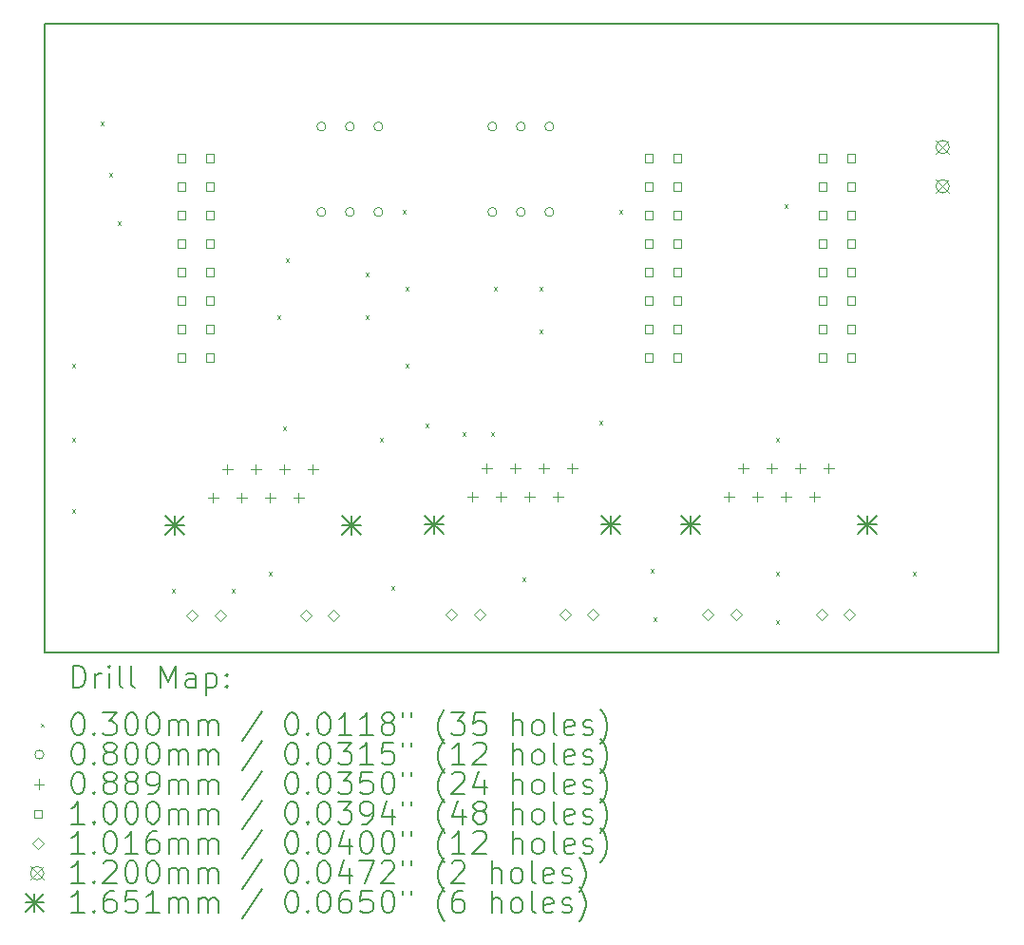
<source format=gbr>
%FSLAX45Y45*%
G04 Gerber Fmt 4.5, Leading zero omitted, Abs format (unit mm)*
G04 Created by KiCad (PCBNEW (6.0.1)) date 2022-11-09 23:02:25*
%MOMM*%
%LPD*%
G01*
G04 APERTURE LIST*
%TA.AperFunction,Profile*%
%ADD10C,0.200000*%
%TD*%
%ADD11C,0.200000*%
%ADD12C,0.030000*%
%ADD13C,0.080000*%
%ADD14C,0.088900*%
%ADD15C,0.100000*%
%ADD16C,0.101600*%
%ADD17C,0.120000*%
%ADD18C,0.165100*%
G04 APERTURE END LIST*
D10*
X0Y0D02*
X8500000Y0D01*
X8500000Y0D02*
X8500000Y-5600000D01*
X8500000Y-5600000D02*
X0Y-5600000D01*
X0Y-5600000D02*
X0Y0D01*
D11*
D12*
X239000Y-3033000D02*
X269000Y-3063000D01*
X269000Y-3033000D02*
X239000Y-3063000D01*
X239000Y-3693400D02*
X269000Y-3723400D01*
X269000Y-3693400D02*
X239000Y-3723400D01*
X239000Y-4328400D02*
X269000Y-4358400D01*
X269000Y-4328400D02*
X239000Y-4358400D01*
X493000Y-874000D02*
X523000Y-904000D01*
X523000Y-874000D02*
X493000Y-904000D01*
X569200Y-1331200D02*
X599200Y-1361200D01*
X599200Y-1331200D02*
X569200Y-1361200D01*
X645400Y-1763000D02*
X675400Y-1793000D01*
X675400Y-1763000D02*
X645400Y-1793000D01*
X1128000Y-5039600D02*
X1158000Y-5069600D01*
X1158000Y-5039600D02*
X1128000Y-5069600D01*
X1661400Y-5039600D02*
X1691400Y-5069600D01*
X1691400Y-5039600D02*
X1661400Y-5069600D01*
X1991600Y-4887200D02*
X2021600Y-4917200D01*
X2021600Y-4887200D02*
X1991600Y-4917200D01*
X2067800Y-2601200D02*
X2097800Y-2631200D01*
X2097800Y-2601200D02*
X2067800Y-2631200D01*
X2118600Y-3591800D02*
X2148600Y-3621800D01*
X2148600Y-3591800D02*
X2118600Y-3621800D01*
X2144000Y-2093200D02*
X2174000Y-2123200D01*
X2174000Y-2093200D02*
X2144000Y-2123200D01*
X2855200Y-2220200D02*
X2885200Y-2250200D01*
X2885200Y-2220200D02*
X2855200Y-2250200D01*
X2855200Y-2601200D02*
X2885200Y-2631200D01*
X2885200Y-2601200D02*
X2855200Y-2631200D01*
X2982200Y-3693400D02*
X3012200Y-3723400D01*
X3012200Y-3693400D02*
X2982200Y-3723400D01*
X3083800Y-5014200D02*
X3113800Y-5044200D01*
X3113800Y-5014200D02*
X3083800Y-5044200D01*
X3185400Y-1661400D02*
X3215400Y-1691400D01*
X3215400Y-1661400D02*
X3185400Y-1691400D01*
X3210800Y-2347200D02*
X3240800Y-2377200D01*
X3240800Y-2347200D02*
X3210800Y-2377200D01*
X3210800Y-3033000D02*
X3240800Y-3063000D01*
X3240800Y-3033000D02*
X3210800Y-3063000D01*
X3388600Y-3566400D02*
X3418600Y-3596400D01*
X3418600Y-3566400D02*
X3388600Y-3596400D01*
X3718800Y-3642600D02*
X3748800Y-3672600D01*
X3748800Y-3642600D02*
X3718800Y-3672600D01*
X3972800Y-3642600D02*
X4002800Y-3672600D01*
X4002800Y-3642600D02*
X3972800Y-3672600D01*
X3999700Y-2347200D02*
X4029700Y-2377200D01*
X4029700Y-2347200D02*
X3999700Y-2377200D01*
X4252200Y-4938000D02*
X4282200Y-4968000D01*
X4282200Y-4938000D02*
X4252200Y-4968000D01*
X4406100Y-2347200D02*
X4436100Y-2377200D01*
X4436100Y-2347200D02*
X4406100Y-2377200D01*
X4406100Y-2728200D02*
X4436100Y-2758200D01*
X4436100Y-2728200D02*
X4406100Y-2758200D01*
X4938000Y-3541000D02*
X4968000Y-3571000D01*
X4968000Y-3541000D02*
X4938000Y-3571000D01*
X5117300Y-1661400D02*
X5147300Y-1691400D01*
X5147300Y-1661400D02*
X5117300Y-1691400D01*
X5395200Y-4861800D02*
X5425200Y-4891800D01*
X5425200Y-4861800D02*
X5395200Y-4891800D01*
X5420600Y-5293600D02*
X5450600Y-5323600D01*
X5450600Y-5293600D02*
X5420600Y-5323600D01*
X6512800Y-3693400D02*
X6542800Y-3723400D01*
X6542800Y-3693400D02*
X6512800Y-3723400D01*
X6512800Y-4887200D02*
X6542800Y-4917200D01*
X6542800Y-4887200D02*
X6512800Y-4917200D01*
X6512800Y-5319000D02*
X6542800Y-5349000D01*
X6542800Y-5319000D02*
X6512800Y-5349000D01*
X6589000Y-1610600D02*
X6619000Y-1640600D01*
X6619000Y-1610600D02*
X6589000Y-1640600D01*
X7732000Y-4887200D02*
X7762000Y-4917200D01*
X7762000Y-4887200D02*
X7732000Y-4917200D01*
D13*
X2503800Y-915400D02*
G75*
G03*
X2503800Y-915400I-40000J0D01*
G01*
X2503800Y-1677400D02*
G75*
G03*
X2503800Y-1677400I-40000J0D01*
G01*
X2757800Y-915400D02*
G75*
G03*
X2757800Y-915400I-40000J0D01*
G01*
X2757800Y-1677400D02*
G75*
G03*
X2757800Y-1677400I-40000J0D01*
G01*
X3011800Y-915400D02*
G75*
G03*
X3011800Y-915400I-40000J0D01*
G01*
X3011800Y-1677400D02*
G75*
G03*
X3011800Y-1677400I-40000J0D01*
G01*
X4027800Y-914400D02*
G75*
G03*
X4027800Y-914400I-40000J0D01*
G01*
X4027800Y-1676400D02*
G75*
G03*
X4027800Y-1676400I-40000J0D01*
G01*
X4281800Y-914400D02*
G75*
G03*
X4281800Y-914400I-40000J0D01*
G01*
X4281800Y-1676400D02*
G75*
G03*
X4281800Y-1676400I-40000J0D01*
G01*
X4535800Y-914400D02*
G75*
G03*
X4535800Y-914400I-40000J0D01*
G01*
X4535800Y-1676400D02*
G75*
G03*
X4535800Y-1676400I-40000J0D01*
G01*
D14*
X1498600Y-4179650D02*
X1498600Y-4268550D01*
X1454150Y-4224100D02*
X1543050Y-4224100D01*
X1625600Y-3925650D02*
X1625600Y-4014550D01*
X1581150Y-3970100D02*
X1670050Y-3970100D01*
X1752600Y-4179650D02*
X1752600Y-4268550D01*
X1708150Y-4224100D02*
X1797050Y-4224100D01*
X1879600Y-3925650D02*
X1879600Y-4014550D01*
X1835150Y-3970100D02*
X1924050Y-3970100D01*
X2006600Y-4179650D02*
X2006600Y-4268550D01*
X1962150Y-4224100D02*
X2051050Y-4224100D01*
X2133600Y-3925650D02*
X2133600Y-4014550D01*
X2089150Y-3970100D02*
X2178050Y-3970100D01*
X2260600Y-4179650D02*
X2260600Y-4268550D01*
X2216150Y-4224100D02*
X2305050Y-4224100D01*
X2387600Y-3925650D02*
X2387600Y-4014550D01*
X2343150Y-3970100D02*
X2432050Y-3970100D01*
X3810000Y-4171950D02*
X3810000Y-4260850D01*
X3765550Y-4216400D02*
X3854450Y-4216400D01*
X3937000Y-3917950D02*
X3937000Y-4006850D01*
X3892550Y-3962400D02*
X3981450Y-3962400D01*
X4064000Y-4171950D02*
X4064000Y-4260850D01*
X4019550Y-4216400D02*
X4108450Y-4216400D01*
X4191000Y-3917950D02*
X4191000Y-4006850D01*
X4146550Y-3962400D02*
X4235450Y-3962400D01*
X4318000Y-4171950D02*
X4318000Y-4260850D01*
X4273550Y-4216400D02*
X4362450Y-4216400D01*
X4445000Y-3917950D02*
X4445000Y-4006850D01*
X4400550Y-3962400D02*
X4489450Y-3962400D01*
X4572000Y-4171950D02*
X4572000Y-4260850D01*
X4527550Y-4216400D02*
X4616450Y-4216400D01*
X4699000Y-3917950D02*
X4699000Y-4006850D01*
X4654550Y-3962400D02*
X4743450Y-3962400D01*
X6096000Y-4171950D02*
X6096000Y-4260850D01*
X6051550Y-4216400D02*
X6140450Y-4216400D01*
X6223000Y-3917950D02*
X6223000Y-4006850D01*
X6178550Y-3962400D02*
X6267450Y-3962400D01*
X6350000Y-4171950D02*
X6350000Y-4260850D01*
X6305550Y-4216400D02*
X6394450Y-4216400D01*
X6477000Y-3917950D02*
X6477000Y-4006850D01*
X6432550Y-3962400D02*
X6521450Y-3962400D01*
X6604000Y-4171950D02*
X6604000Y-4260850D01*
X6559550Y-4216400D02*
X6648450Y-4216400D01*
X6731000Y-3917950D02*
X6731000Y-4006850D01*
X6686550Y-3962400D02*
X6775450Y-3962400D01*
X6858000Y-4171950D02*
X6858000Y-4260850D01*
X6813550Y-4216400D02*
X6902450Y-4216400D01*
X6985000Y-3917950D02*
X6985000Y-4006850D01*
X6940550Y-3962400D02*
X7029450Y-3962400D01*
D15*
X1254056Y-1230656D02*
X1254056Y-1159944D01*
X1183344Y-1159944D01*
X1183344Y-1230656D01*
X1254056Y-1230656D01*
X1254056Y-1484656D02*
X1254056Y-1413944D01*
X1183344Y-1413944D01*
X1183344Y-1484656D01*
X1254056Y-1484656D01*
X1254056Y-1738656D02*
X1254056Y-1667944D01*
X1183344Y-1667944D01*
X1183344Y-1738656D01*
X1254056Y-1738656D01*
X1254056Y-1992656D02*
X1254056Y-1921944D01*
X1183344Y-1921944D01*
X1183344Y-1992656D01*
X1254056Y-1992656D01*
X1254056Y-2246656D02*
X1254056Y-2175944D01*
X1183344Y-2175944D01*
X1183344Y-2246656D01*
X1254056Y-2246656D01*
X1254056Y-2500656D02*
X1254056Y-2429944D01*
X1183344Y-2429944D01*
X1183344Y-2500656D01*
X1254056Y-2500656D01*
X1254056Y-2754656D02*
X1254056Y-2683944D01*
X1183344Y-2683944D01*
X1183344Y-2754656D01*
X1254056Y-2754656D01*
X1254056Y-3008656D02*
X1254056Y-2937944D01*
X1183344Y-2937944D01*
X1183344Y-3008656D01*
X1254056Y-3008656D01*
X1508056Y-1230656D02*
X1508056Y-1159944D01*
X1437344Y-1159944D01*
X1437344Y-1230656D01*
X1508056Y-1230656D01*
X1508056Y-1484656D02*
X1508056Y-1413944D01*
X1437344Y-1413944D01*
X1437344Y-1484656D01*
X1508056Y-1484656D01*
X1508056Y-1738656D02*
X1508056Y-1667944D01*
X1437344Y-1667944D01*
X1437344Y-1738656D01*
X1508056Y-1738656D01*
X1508056Y-1992656D02*
X1508056Y-1921944D01*
X1437344Y-1921944D01*
X1437344Y-1992656D01*
X1508056Y-1992656D01*
X1508056Y-2246656D02*
X1508056Y-2175944D01*
X1437344Y-2175944D01*
X1437344Y-2246656D01*
X1508056Y-2246656D01*
X1508056Y-2500656D02*
X1508056Y-2429944D01*
X1437344Y-2429944D01*
X1437344Y-2500656D01*
X1508056Y-2500656D01*
X1508056Y-2754656D02*
X1508056Y-2683944D01*
X1437344Y-2683944D01*
X1437344Y-2754656D01*
X1508056Y-2754656D01*
X1508056Y-3008656D02*
X1508056Y-2937944D01*
X1437344Y-2937944D01*
X1437344Y-3008656D01*
X1508056Y-3008656D01*
X5419656Y-1230656D02*
X5419656Y-1159944D01*
X5348944Y-1159944D01*
X5348944Y-1230656D01*
X5419656Y-1230656D01*
X5419656Y-1484656D02*
X5419656Y-1413944D01*
X5348944Y-1413944D01*
X5348944Y-1484656D01*
X5419656Y-1484656D01*
X5419656Y-1738656D02*
X5419656Y-1667944D01*
X5348944Y-1667944D01*
X5348944Y-1738656D01*
X5419656Y-1738656D01*
X5419656Y-1992656D02*
X5419656Y-1921944D01*
X5348944Y-1921944D01*
X5348944Y-1992656D01*
X5419656Y-1992656D01*
X5419656Y-2246656D02*
X5419656Y-2175944D01*
X5348944Y-2175944D01*
X5348944Y-2246656D01*
X5419656Y-2246656D01*
X5419656Y-2500656D02*
X5419656Y-2429944D01*
X5348944Y-2429944D01*
X5348944Y-2500656D01*
X5419656Y-2500656D01*
X5419656Y-2754656D02*
X5419656Y-2683944D01*
X5348944Y-2683944D01*
X5348944Y-2754656D01*
X5419656Y-2754656D01*
X5419656Y-3008656D02*
X5419656Y-2937944D01*
X5348944Y-2937944D01*
X5348944Y-3008656D01*
X5419656Y-3008656D01*
X5673656Y-1230656D02*
X5673656Y-1159944D01*
X5602944Y-1159944D01*
X5602944Y-1230656D01*
X5673656Y-1230656D01*
X5673656Y-1484656D02*
X5673656Y-1413944D01*
X5602944Y-1413944D01*
X5602944Y-1484656D01*
X5673656Y-1484656D01*
X5673656Y-1738656D02*
X5673656Y-1667944D01*
X5602944Y-1667944D01*
X5602944Y-1738656D01*
X5673656Y-1738656D01*
X5673656Y-1992656D02*
X5673656Y-1921944D01*
X5602944Y-1921944D01*
X5602944Y-1992656D01*
X5673656Y-1992656D01*
X5673656Y-2246656D02*
X5673656Y-2175944D01*
X5602944Y-2175944D01*
X5602944Y-2246656D01*
X5673656Y-2246656D01*
X5673656Y-2500656D02*
X5673656Y-2429944D01*
X5602944Y-2429944D01*
X5602944Y-2500656D01*
X5673656Y-2500656D01*
X5673656Y-2754656D02*
X5673656Y-2683944D01*
X5602944Y-2683944D01*
X5602944Y-2754656D01*
X5673656Y-2754656D01*
X5673656Y-3008656D02*
X5673656Y-2937944D01*
X5602944Y-2937944D01*
X5602944Y-3008656D01*
X5673656Y-3008656D01*
X6969056Y-1230656D02*
X6969056Y-1159944D01*
X6898344Y-1159944D01*
X6898344Y-1230656D01*
X6969056Y-1230656D01*
X6969056Y-1484656D02*
X6969056Y-1413944D01*
X6898344Y-1413944D01*
X6898344Y-1484656D01*
X6969056Y-1484656D01*
X6969056Y-1738656D02*
X6969056Y-1667944D01*
X6898344Y-1667944D01*
X6898344Y-1738656D01*
X6969056Y-1738656D01*
X6969056Y-1992656D02*
X6969056Y-1921944D01*
X6898344Y-1921944D01*
X6898344Y-1992656D01*
X6969056Y-1992656D01*
X6969056Y-2246656D02*
X6969056Y-2175944D01*
X6898344Y-2175944D01*
X6898344Y-2246656D01*
X6969056Y-2246656D01*
X6969056Y-2500656D02*
X6969056Y-2429944D01*
X6898344Y-2429944D01*
X6898344Y-2500656D01*
X6969056Y-2500656D01*
X6969056Y-2754656D02*
X6969056Y-2683944D01*
X6898344Y-2683944D01*
X6898344Y-2754656D01*
X6969056Y-2754656D01*
X6969056Y-3008656D02*
X6969056Y-2937944D01*
X6898344Y-2937944D01*
X6898344Y-3008656D01*
X6969056Y-3008656D01*
X7223056Y-1230656D02*
X7223056Y-1159944D01*
X7152344Y-1159944D01*
X7152344Y-1230656D01*
X7223056Y-1230656D01*
X7223056Y-1484656D02*
X7223056Y-1413944D01*
X7152344Y-1413944D01*
X7152344Y-1484656D01*
X7223056Y-1484656D01*
X7223056Y-1738656D02*
X7223056Y-1667944D01*
X7152344Y-1667944D01*
X7152344Y-1738656D01*
X7223056Y-1738656D01*
X7223056Y-1992656D02*
X7223056Y-1921944D01*
X7152344Y-1921944D01*
X7152344Y-1992656D01*
X7223056Y-1992656D01*
X7223056Y-2246656D02*
X7223056Y-2175944D01*
X7152344Y-2175944D01*
X7152344Y-2246656D01*
X7223056Y-2246656D01*
X7223056Y-2500656D02*
X7223056Y-2429944D01*
X7152344Y-2429944D01*
X7152344Y-2500656D01*
X7223056Y-2500656D01*
X7223056Y-2754656D02*
X7223056Y-2683944D01*
X7152344Y-2683944D01*
X7152344Y-2754656D01*
X7223056Y-2754656D01*
X7223056Y-3008656D02*
X7223056Y-2937944D01*
X7152344Y-2937944D01*
X7152344Y-3008656D01*
X7223056Y-3008656D01*
D16*
X1310640Y-5321380D02*
X1361440Y-5270580D01*
X1310640Y-5219780D01*
X1259840Y-5270580D01*
X1310640Y-5321380D01*
X1562100Y-5321380D02*
X1612900Y-5270580D01*
X1562100Y-5219780D01*
X1511300Y-5270580D01*
X1562100Y-5321380D01*
X2321560Y-5321380D02*
X2372360Y-5270580D01*
X2321560Y-5219780D01*
X2270760Y-5270580D01*
X2321560Y-5321380D01*
X2573020Y-5321380D02*
X2623820Y-5270580D01*
X2573020Y-5219780D01*
X2522220Y-5270580D01*
X2573020Y-5321380D01*
X3622040Y-5313680D02*
X3672840Y-5262880D01*
X3622040Y-5212080D01*
X3571240Y-5262880D01*
X3622040Y-5313680D01*
X3873500Y-5313680D02*
X3924300Y-5262880D01*
X3873500Y-5212080D01*
X3822700Y-5262880D01*
X3873500Y-5313680D01*
X4632960Y-5313680D02*
X4683760Y-5262880D01*
X4632960Y-5212080D01*
X4582160Y-5262880D01*
X4632960Y-5313680D01*
X4884420Y-5313680D02*
X4935220Y-5262880D01*
X4884420Y-5212080D01*
X4833620Y-5262880D01*
X4884420Y-5313680D01*
X5908040Y-5313680D02*
X5958840Y-5262880D01*
X5908040Y-5212080D01*
X5857240Y-5262880D01*
X5908040Y-5313680D01*
X6159500Y-5313680D02*
X6210300Y-5262880D01*
X6159500Y-5212080D01*
X6108700Y-5262880D01*
X6159500Y-5313680D01*
X6918960Y-5313680D02*
X6969760Y-5262880D01*
X6918960Y-5212080D01*
X6868160Y-5262880D01*
X6918960Y-5313680D01*
X7170420Y-5313680D02*
X7221220Y-5262880D01*
X7170420Y-5212080D01*
X7119620Y-5262880D01*
X7170420Y-5313680D01*
D17*
X7941000Y-1037800D02*
X8061000Y-1157800D01*
X8061000Y-1037800D02*
X7941000Y-1157800D01*
X8061000Y-1097800D02*
G75*
G03*
X8061000Y-1097800I-60000J0D01*
G01*
X7941000Y-1387800D02*
X8061000Y-1507800D01*
X8061000Y-1387800D02*
X7941000Y-1507800D01*
X8061000Y-1447800D02*
G75*
G03*
X8061000Y-1447800I-60000J0D01*
G01*
D18*
X1073150Y-4387930D02*
X1238250Y-4553030D01*
X1238250Y-4387930D02*
X1073150Y-4553030D01*
X1155700Y-4387930D02*
X1155700Y-4553030D01*
X1073150Y-4470480D02*
X1238250Y-4470480D01*
X2647950Y-4387930D02*
X2813050Y-4553030D01*
X2813050Y-4387930D02*
X2647950Y-4553030D01*
X2730500Y-4387930D02*
X2730500Y-4553030D01*
X2647950Y-4470480D02*
X2813050Y-4470480D01*
X3384550Y-4380230D02*
X3549650Y-4545330D01*
X3549650Y-4380230D02*
X3384550Y-4545330D01*
X3467100Y-4380230D02*
X3467100Y-4545330D01*
X3384550Y-4462780D02*
X3549650Y-4462780D01*
X4959350Y-4380230D02*
X5124450Y-4545330D01*
X5124450Y-4380230D02*
X4959350Y-4545330D01*
X5041900Y-4380230D02*
X5041900Y-4545330D01*
X4959350Y-4462780D02*
X5124450Y-4462780D01*
X5670550Y-4380230D02*
X5835650Y-4545330D01*
X5835650Y-4380230D02*
X5670550Y-4545330D01*
X5753100Y-4380230D02*
X5753100Y-4545330D01*
X5670550Y-4462780D02*
X5835650Y-4462780D01*
X7245350Y-4380230D02*
X7410450Y-4545330D01*
X7410450Y-4380230D02*
X7245350Y-4545330D01*
X7327900Y-4380230D02*
X7327900Y-4545330D01*
X7245350Y-4462780D02*
X7410450Y-4462780D01*
D11*
X247619Y-5920476D02*
X247619Y-5720476D01*
X295238Y-5720476D01*
X323810Y-5730000D01*
X342857Y-5749048D01*
X352381Y-5768095D01*
X361905Y-5806190D01*
X361905Y-5834762D01*
X352381Y-5872857D01*
X342857Y-5891905D01*
X323810Y-5910952D01*
X295238Y-5920476D01*
X247619Y-5920476D01*
X447619Y-5920476D02*
X447619Y-5787143D01*
X447619Y-5825238D02*
X457143Y-5806190D01*
X466667Y-5796667D01*
X485714Y-5787143D01*
X504762Y-5787143D01*
X571429Y-5920476D02*
X571429Y-5787143D01*
X571429Y-5720476D02*
X561905Y-5730000D01*
X571429Y-5739524D01*
X580952Y-5730000D01*
X571429Y-5720476D01*
X571429Y-5739524D01*
X695238Y-5920476D02*
X676190Y-5910952D01*
X666667Y-5891905D01*
X666667Y-5720476D01*
X800000Y-5920476D02*
X780952Y-5910952D01*
X771428Y-5891905D01*
X771428Y-5720476D01*
X1028571Y-5920476D02*
X1028571Y-5720476D01*
X1095238Y-5863333D01*
X1161905Y-5720476D01*
X1161905Y-5920476D01*
X1342857Y-5920476D02*
X1342857Y-5815714D01*
X1333333Y-5796667D01*
X1314286Y-5787143D01*
X1276190Y-5787143D01*
X1257143Y-5796667D01*
X1342857Y-5910952D02*
X1323810Y-5920476D01*
X1276190Y-5920476D01*
X1257143Y-5910952D01*
X1247619Y-5891905D01*
X1247619Y-5872857D01*
X1257143Y-5853809D01*
X1276190Y-5844286D01*
X1323810Y-5844286D01*
X1342857Y-5834762D01*
X1438095Y-5787143D02*
X1438095Y-5987143D01*
X1438095Y-5796667D02*
X1457143Y-5787143D01*
X1495238Y-5787143D01*
X1514286Y-5796667D01*
X1523809Y-5806190D01*
X1533333Y-5825238D01*
X1533333Y-5882381D01*
X1523809Y-5901428D01*
X1514286Y-5910952D01*
X1495238Y-5920476D01*
X1457143Y-5920476D01*
X1438095Y-5910952D01*
X1619048Y-5901428D02*
X1628571Y-5910952D01*
X1619048Y-5920476D01*
X1609524Y-5910952D01*
X1619048Y-5901428D01*
X1619048Y-5920476D01*
X1619048Y-5796667D02*
X1628571Y-5806190D01*
X1619048Y-5815714D01*
X1609524Y-5806190D01*
X1619048Y-5796667D01*
X1619048Y-5815714D01*
D12*
X-40000Y-6235000D02*
X-10000Y-6265000D01*
X-10000Y-6235000D02*
X-40000Y-6265000D01*
D11*
X285714Y-6140476D02*
X304762Y-6140476D01*
X323810Y-6150000D01*
X333333Y-6159524D01*
X342857Y-6178571D01*
X352381Y-6216667D01*
X352381Y-6264286D01*
X342857Y-6302381D01*
X333333Y-6321428D01*
X323810Y-6330952D01*
X304762Y-6340476D01*
X285714Y-6340476D01*
X266667Y-6330952D01*
X257143Y-6321428D01*
X247619Y-6302381D01*
X238095Y-6264286D01*
X238095Y-6216667D01*
X247619Y-6178571D01*
X257143Y-6159524D01*
X266667Y-6150000D01*
X285714Y-6140476D01*
X438095Y-6321428D02*
X447619Y-6330952D01*
X438095Y-6340476D01*
X428571Y-6330952D01*
X438095Y-6321428D01*
X438095Y-6340476D01*
X514286Y-6140476D02*
X638095Y-6140476D01*
X571429Y-6216667D01*
X600000Y-6216667D01*
X619048Y-6226190D01*
X628571Y-6235714D01*
X638095Y-6254762D01*
X638095Y-6302381D01*
X628571Y-6321428D01*
X619048Y-6330952D01*
X600000Y-6340476D01*
X542857Y-6340476D01*
X523809Y-6330952D01*
X514286Y-6321428D01*
X761905Y-6140476D02*
X780952Y-6140476D01*
X800000Y-6150000D01*
X809524Y-6159524D01*
X819048Y-6178571D01*
X828571Y-6216667D01*
X828571Y-6264286D01*
X819048Y-6302381D01*
X809524Y-6321428D01*
X800000Y-6330952D01*
X780952Y-6340476D01*
X761905Y-6340476D01*
X742857Y-6330952D01*
X733333Y-6321428D01*
X723809Y-6302381D01*
X714286Y-6264286D01*
X714286Y-6216667D01*
X723809Y-6178571D01*
X733333Y-6159524D01*
X742857Y-6150000D01*
X761905Y-6140476D01*
X952381Y-6140476D02*
X971428Y-6140476D01*
X990476Y-6150000D01*
X1000000Y-6159524D01*
X1009524Y-6178571D01*
X1019048Y-6216667D01*
X1019048Y-6264286D01*
X1009524Y-6302381D01*
X1000000Y-6321428D01*
X990476Y-6330952D01*
X971428Y-6340476D01*
X952381Y-6340476D01*
X933333Y-6330952D01*
X923809Y-6321428D01*
X914286Y-6302381D01*
X904762Y-6264286D01*
X904762Y-6216667D01*
X914286Y-6178571D01*
X923809Y-6159524D01*
X933333Y-6150000D01*
X952381Y-6140476D01*
X1104762Y-6340476D02*
X1104762Y-6207143D01*
X1104762Y-6226190D02*
X1114286Y-6216667D01*
X1133333Y-6207143D01*
X1161905Y-6207143D01*
X1180952Y-6216667D01*
X1190476Y-6235714D01*
X1190476Y-6340476D01*
X1190476Y-6235714D02*
X1200000Y-6216667D01*
X1219048Y-6207143D01*
X1247619Y-6207143D01*
X1266667Y-6216667D01*
X1276190Y-6235714D01*
X1276190Y-6340476D01*
X1371429Y-6340476D02*
X1371429Y-6207143D01*
X1371429Y-6226190D02*
X1380952Y-6216667D01*
X1400000Y-6207143D01*
X1428571Y-6207143D01*
X1447619Y-6216667D01*
X1457143Y-6235714D01*
X1457143Y-6340476D01*
X1457143Y-6235714D02*
X1466667Y-6216667D01*
X1485714Y-6207143D01*
X1514286Y-6207143D01*
X1533333Y-6216667D01*
X1542857Y-6235714D01*
X1542857Y-6340476D01*
X1933333Y-6130952D02*
X1761905Y-6388095D01*
X2190476Y-6140476D02*
X2209524Y-6140476D01*
X2228571Y-6150000D01*
X2238095Y-6159524D01*
X2247619Y-6178571D01*
X2257143Y-6216667D01*
X2257143Y-6264286D01*
X2247619Y-6302381D01*
X2238095Y-6321428D01*
X2228571Y-6330952D01*
X2209524Y-6340476D01*
X2190476Y-6340476D01*
X2171429Y-6330952D01*
X2161905Y-6321428D01*
X2152381Y-6302381D01*
X2142857Y-6264286D01*
X2142857Y-6216667D01*
X2152381Y-6178571D01*
X2161905Y-6159524D01*
X2171429Y-6150000D01*
X2190476Y-6140476D01*
X2342857Y-6321428D02*
X2352381Y-6330952D01*
X2342857Y-6340476D01*
X2333333Y-6330952D01*
X2342857Y-6321428D01*
X2342857Y-6340476D01*
X2476190Y-6140476D02*
X2495238Y-6140476D01*
X2514286Y-6150000D01*
X2523810Y-6159524D01*
X2533333Y-6178571D01*
X2542857Y-6216667D01*
X2542857Y-6264286D01*
X2533333Y-6302381D01*
X2523810Y-6321428D01*
X2514286Y-6330952D01*
X2495238Y-6340476D01*
X2476190Y-6340476D01*
X2457143Y-6330952D01*
X2447619Y-6321428D01*
X2438095Y-6302381D01*
X2428571Y-6264286D01*
X2428571Y-6216667D01*
X2438095Y-6178571D01*
X2447619Y-6159524D01*
X2457143Y-6150000D01*
X2476190Y-6140476D01*
X2733333Y-6340476D02*
X2619048Y-6340476D01*
X2676190Y-6340476D02*
X2676190Y-6140476D01*
X2657143Y-6169048D01*
X2638095Y-6188095D01*
X2619048Y-6197619D01*
X2923809Y-6340476D02*
X2809524Y-6340476D01*
X2866667Y-6340476D02*
X2866667Y-6140476D01*
X2847619Y-6169048D01*
X2828571Y-6188095D01*
X2809524Y-6197619D01*
X3038095Y-6226190D02*
X3019048Y-6216667D01*
X3009524Y-6207143D01*
X3000000Y-6188095D01*
X3000000Y-6178571D01*
X3009524Y-6159524D01*
X3019048Y-6150000D01*
X3038095Y-6140476D01*
X3076190Y-6140476D01*
X3095238Y-6150000D01*
X3104762Y-6159524D01*
X3114286Y-6178571D01*
X3114286Y-6188095D01*
X3104762Y-6207143D01*
X3095238Y-6216667D01*
X3076190Y-6226190D01*
X3038095Y-6226190D01*
X3019048Y-6235714D01*
X3009524Y-6245238D01*
X3000000Y-6264286D01*
X3000000Y-6302381D01*
X3009524Y-6321428D01*
X3019048Y-6330952D01*
X3038095Y-6340476D01*
X3076190Y-6340476D01*
X3095238Y-6330952D01*
X3104762Y-6321428D01*
X3114286Y-6302381D01*
X3114286Y-6264286D01*
X3104762Y-6245238D01*
X3095238Y-6235714D01*
X3076190Y-6226190D01*
X3190476Y-6140476D02*
X3190476Y-6178571D01*
X3266667Y-6140476D02*
X3266667Y-6178571D01*
X3561905Y-6416667D02*
X3552381Y-6407143D01*
X3533333Y-6378571D01*
X3523809Y-6359524D01*
X3514286Y-6330952D01*
X3504762Y-6283333D01*
X3504762Y-6245238D01*
X3514286Y-6197619D01*
X3523809Y-6169048D01*
X3533333Y-6150000D01*
X3552381Y-6121428D01*
X3561905Y-6111905D01*
X3619048Y-6140476D02*
X3742857Y-6140476D01*
X3676190Y-6216667D01*
X3704762Y-6216667D01*
X3723809Y-6226190D01*
X3733333Y-6235714D01*
X3742857Y-6254762D01*
X3742857Y-6302381D01*
X3733333Y-6321428D01*
X3723809Y-6330952D01*
X3704762Y-6340476D01*
X3647619Y-6340476D01*
X3628571Y-6330952D01*
X3619048Y-6321428D01*
X3923809Y-6140476D02*
X3828571Y-6140476D01*
X3819048Y-6235714D01*
X3828571Y-6226190D01*
X3847619Y-6216667D01*
X3895238Y-6216667D01*
X3914286Y-6226190D01*
X3923809Y-6235714D01*
X3933333Y-6254762D01*
X3933333Y-6302381D01*
X3923809Y-6321428D01*
X3914286Y-6330952D01*
X3895238Y-6340476D01*
X3847619Y-6340476D01*
X3828571Y-6330952D01*
X3819048Y-6321428D01*
X4171428Y-6340476D02*
X4171428Y-6140476D01*
X4257143Y-6340476D02*
X4257143Y-6235714D01*
X4247619Y-6216667D01*
X4228571Y-6207143D01*
X4200000Y-6207143D01*
X4180952Y-6216667D01*
X4171428Y-6226190D01*
X4380952Y-6340476D02*
X4361905Y-6330952D01*
X4352381Y-6321428D01*
X4342857Y-6302381D01*
X4342857Y-6245238D01*
X4352381Y-6226190D01*
X4361905Y-6216667D01*
X4380952Y-6207143D01*
X4409524Y-6207143D01*
X4428571Y-6216667D01*
X4438095Y-6226190D01*
X4447619Y-6245238D01*
X4447619Y-6302381D01*
X4438095Y-6321428D01*
X4428571Y-6330952D01*
X4409524Y-6340476D01*
X4380952Y-6340476D01*
X4561905Y-6340476D02*
X4542857Y-6330952D01*
X4533333Y-6311905D01*
X4533333Y-6140476D01*
X4714286Y-6330952D02*
X4695238Y-6340476D01*
X4657143Y-6340476D01*
X4638095Y-6330952D01*
X4628571Y-6311905D01*
X4628571Y-6235714D01*
X4638095Y-6216667D01*
X4657143Y-6207143D01*
X4695238Y-6207143D01*
X4714286Y-6216667D01*
X4723810Y-6235714D01*
X4723810Y-6254762D01*
X4628571Y-6273809D01*
X4800000Y-6330952D02*
X4819048Y-6340476D01*
X4857143Y-6340476D01*
X4876190Y-6330952D01*
X4885714Y-6311905D01*
X4885714Y-6302381D01*
X4876190Y-6283333D01*
X4857143Y-6273809D01*
X4828571Y-6273809D01*
X4809524Y-6264286D01*
X4800000Y-6245238D01*
X4800000Y-6235714D01*
X4809524Y-6216667D01*
X4828571Y-6207143D01*
X4857143Y-6207143D01*
X4876190Y-6216667D01*
X4952381Y-6416667D02*
X4961905Y-6407143D01*
X4980952Y-6378571D01*
X4990476Y-6359524D01*
X5000000Y-6330952D01*
X5009524Y-6283333D01*
X5009524Y-6245238D01*
X5000000Y-6197619D01*
X4990476Y-6169048D01*
X4980952Y-6150000D01*
X4961905Y-6121428D01*
X4952381Y-6111905D01*
D13*
X-10000Y-6514000D02*
G75*
G03*
X-10000Y-6514000I-40000J0D01*
G01*
D11*
X285714Y-6404476D02*
X304762Y-6404476D01*
X323810Y-6414000D01*
X333333Y-6423524D01*
X342857Y-6442571D01*
X352381Y-6480667D01*
X352381Y-6528286D01*
X342857Y-6566381D01*
X333333Y-6585428D01*
X323810Y-6594952D01*
X304762Y-6604476D01*
X285714Y-6604476D01*
X266667Y-6594952D01*
X257143Y-6585428D01*
X247619Y-6566381D01*
X238095Y-6528286D01*
X238095Y-6480667D01*
X247619Y-6442571D01*
X257143Y-6423524D01*
X266667Y-6414000D01*
X285714Y-6404476D01*
X438095Y-6585428D02*
X447619Y-6594952D01*
X438095Y-6604476D01*
X428571Y-6594952D01*
X438095Y-6585428D01*
X438095Y-6604476D01*
X561905Y-6490190D02*
X542857Y-6480667D01*
X533333Y-6471143D01*
X523809Y-6452095D01*
X523809Y-6442571D01*
X533333Y-6423524D01*
X542857Y-6414000D01*
X561905Y-6404476D01*
X600000Y-6404476D01*
X619048Y-6414000D01*
X628571Y-6423524D01*
X638095Y-6442571D01*
X638095Y-6452095D01*
X628571Y-6471143D01*
X619048Y-6480667D01*
X600000Y-6490190D01*
X561905Y-6490190D01*
X542857Y-6499714D01*
X533333Y-6509238D01*
X523809Y-6528286D01*
X523809Y-6566381D01*
X533333Y-6585428D01*
X542857Y-6594952D01*
X561905Y-6604476D01*
X600000Y-6604476D01*
X619048Y-6594952D01*
X628571Y-6585428D01*
X638095Y-6566381D01*
X638095Y-6528286D01*
X628571Y-6509238D01*
X619048Y-6499714D01*
X600000Y-6490190D01*
X761905Y-6404476D02*
X780952Y-6404476D01*
X800000Y-6414000D01*
X809524Y-6423524D01*
X819048Y-6442571D01*
X828571Y-6480667D01*
X828571Y-6528286D01*
X819048Y-6566381D01*
X809524Y-6585428D01*
X800000Y-6594952D01*
X780952Y-6604476D01*
X761905Y-6604476D01*
X742857Y-6594952D01*
X733333Y-6585428D01*
X723809Y-6566381D01*
X714286Y-6528286D01*
X714286Y-6480667D01*
X723809Y-6442571D01*
X733333Y-6423524D01*
X742857Y-6414000D01*
X761905Y-6404476D01*
X952381Y-6404476D02*
X971428Y-6404476D01*
X990476Y-6414000D01*
X1000000Y-6423524D01*
X1009524Y-6442571D01*
X1019048Y-6480667D01*
X1019048Y-6528286D01*
X1009524Y-6566381D01*
X1000000Y-6585428D01*
X990476Y-6594952D01*
X971428Y-6604476D01*
X952381Y-6604476D01*
X933333Y-6594952D01*
X923809Y-6585428D01*
X914286Y-6566381D01*
X904762Y-6528286D01*
X904762Y-6480667D01*
X914286Y-6442571D01*
X923809Y-6423524D01*
X933333Y-6414000D01*
X952381Y-6404476D01*
X1104762Y-6604476D02*
X1104762Y-6471143D01*
X1104762Y-6490190D02*
X1114286Y-6480667D01*
X1133333Y-6471143D01*
X1161905Y-6471143D01*
X1180952Y-6480667D01*
X1190476Y-6499714D01*
X1190476Y-6604476D01*
X1190476Y-6499714D02*
X1200000Y-6480667D01*
X1219048Y-6471143D01*
X1247619Y-6471143D01*
X1266667Y-6480667D01*
X1276190Y-6499714D01*
X1276190Y-6604476D01*
X1371429Y-6604476D02*
X1371429Y-6471143D01*
X1371429Y-6490190D02*
X1380952Y-6480667D01*
X1400000Y-6471143D01*
X1428571Y-6471143D01*
X1447619Y-6480667D01*
X1457143Y-6499714D01*
X1457143Y-6604476D01*
X1457143Y-6499714D02*
X1466667Y-6480667D01*
X1485714Y-6471143D01*
X1514286Y-6471143D01*
X1533333Y-6480667D01*
X1542857Y-6499714D01*
X1542857Y-6604476D01*
X1933333Y-6394952D02*
X1761905Y-6652095D01*
X2190476Y-6404476D02*
X2209524Y-6404476D01*
X2228571Y-6414000D01*
X2238095Y-6423524D01*
X2247619Y-6442571D01*
X2257143Y-6480667D01*
X2257143Y-6528286D01*
X2247619Y-6566381D01*
X2238095Y-6585428D01*
X2228571Y-6594952D01*
X2209524Y-6604476D01*
X2190476Y-6604476D01*
X2171429Y-6594952D01*
X2161905Y-6585428D01*
X2152381Y-6566381D01*
X2142857Y-6528286D01*
X2142857Y-6480667D01*
X2152381Y-6442571D01*
X2161905Y-6423524D01*
X2171429Y-6414000D01*
X2190476Y-6404476D01*
X2342857Y-6585428D02*
X2352381Y-6594952D01*
X2342857Y-6604476D01*
X2333333Y-6594952D01*
X2342857Y-6585428D01*
X2342857Y-6604476D01*
X2476190Y-6404476D02*
X2495238Y-6404476D01*
X2514286Y-6414000D01*
X2523810Y-6423524D01*
X2533333Y-6442571D01*
X2542857Y-6480667D01*
X2542857Y-6528286D01*
X2533333Y-6566381D01*
X2523810Y-6585428D01*
X2514286Y-6594952D01*
X2495238Y-6604476D01*
X2476190Y-6604476D01*
X2457143Y-6594952D01*
X2447619Y-6585428D01*
X2438095Y-6566381D01*
X2428571Y-6528286D01*
X2428571Y-6480667D01*
X2438095Y-6442571D01*
X2447619Y-6423524D01*
X2457143Y-6414000D01*
X2476190Y-6404476D01*
X2609524Y-6404476D02*
X2733333Y-6404476D01*
X2666667Y-6480667D01*
X2695238Y-6480667D01*
X2714286Y-6490190D01*
X2723810Y-6499714D01*
X2733333Y-6518762D01*
X2733333Y-6566381D01*
X2723810Y-6585428D01*
X2714286Y-6594952D01*
X2695238Y-6604476D01*
X2638095Y-6604476D01*
X2619048Y-6594952D01*
X2609524Y-6585428D01*
X2923809Y-6604476D02*
X2809524Y-6604476D01*
X2866667Y-6604476D02*
X2866667Y-6404476D01*
X2847619Y-6433048D01*
X2828571Y-6452095D01*
X2809524Y-6461619D01*
X3104762Y-6404476D02*
X3009524Y-6404476D01*
X3000000Y-6499714D01*
X3009524Y-6490190D01*
X3028571Y-6480667D01*
X3076190Y-6480667D01*
X3095238Y-6490190D01*
X3104762Y-6499714D01*
X3114286Y-6518762D01*
X3114286Y-6566381D01*
X3104762Y-6585428D01*
X3095238Y-6594952D01*
X3076190Y-6604476D01*
X3028571Y-6604476D01*
X3009524Y-6594952D01*
X3000000Y-6585428D01*
X3190476Y-6404476D02*
X3190476Y-6442571D01*
X3266667Y-6404476D02*
X3266667Y-6442571D01*
X3561905Y-6680667D02*
X3552381Y-6671143D01*
X3533333Y-6642571D01*
X3523809Y-6623524D01*
X3514286Y-6594952D01*
X3504762Y-6547333D01*
X3504762Y-6509238D01*
X3514286Y-6461619D01*
X3523809Y-6433048D01*
X3533333Y-6414000D01*
X3552381Y-6385428D01*
X3561905Y-6375905D01*
X3742857Y-6604476D02*
X3628571Y-6604476D01*
X3685714Y-6604476D02*
X3685714Y-6404476D01*
X3666667Y-6433048D01*
X3647619Y-6452095D01*
X3628571Y-6461619D01*
X3819048Y-6423524D02*
X3828571Y-6414000D01*
X3847619Y-6404476D01*
X3895238Y-6404476D01*
X3914286Y-6414000D01*
X3923809Y-6423524D01*
X3933333Y-6442571D01*
X3933333Y-6461619D01*
X3923809Y-6490190D01*
X3809524Y-6604476D01*
X3933333Y-6604476D01*
X4171428Y-6604476D02*
X4171428Y-6404476D01*
X4257143Y-6604476D02*
X4257143Y-6499714D01*
X4247619Y-6480667D01*
X4228571Y-6471143D01*
X4200000Y-6471143D01*
X4180952Y-6480667D01*
X4171428Y-6490190D01*
X4380952Y-6604476D02*
X4361905Y-6594952D01*
X4352381Y-6585428D01*
X4342857Y-6566381D01*
X4342857Y-6509238D01*
X4352381Y-6490190D01*
X4361905Y-6480667D01*
X4380952Y-6471143D01*
X4409524Y-6471143D01*
X4428571Y-6480667D01*
X4438095Y-6490190D01*
X4447619Y-6509238D01*
X4447619Y-6566381D01*
X4438095Y-6585428D01*
X4428571Y-6594952D01*
X4409524Y-6604476D01*
X4380952Y-6604476D01*
X4561905Y-6604476D02*
X4542857Y-6594952D01*
X4533333Y-6575905D01*
X4533333Y-6404476D01*
X4714286Y-6594952D02*
X4695238Y-6604476D01*
X4657143Y-6604476D01*
X4638095Y-6594952D01*
X4628571Y-6575905D01*
X4628571Y-6499714D01*
X4638095Y-6480667D01*
X4657143Y-6471143D01*
X4695238Y-6471143D01*
X4714286Y-6480667D01*
X4723810Y-6499714D01*
X4723810Y-6518762D01*
X4628571Y-6537809D01*
X4800000Y-6594952D02*
X4819048Y-6604476D01*
X4857143Y-6604476D01*
X4876190Y-6594952D01*
X4885714Y-6575905D01*
X4885714Y-6566381D01*
X4876190Y-6547333D01*
X4857143Y-6537809D01*
X4828571Y-6537809D01*
X4809524Y-6528286D01*
X4800000Y-6509238D01*
X4800000Y-6499714D01*
X4809524Y-6480667D01*
X4828571Y-6471143D01*
X4857143Y-6471143D01*
X4876190Y-6480667D01*
X4952381Y-6680667D02*
X4961905Y-6671143D01*
X4980952Y-6642571D01*
X4990476Y-6623524D01*
X5000000Y-6594952D01*
X5009524Y-6547333D01*
X5009524Y-6509238D01*
X5000000Y-6461619D01*
X4990476Y-6433048D01*
X4980952Y-6414000D01*
X4961905Y-6385428D01*
X4952381Y-6375905D01*
D14*
X-54450Y-6733550D02*
X-54450Y-6822450D01*
X-98900Y-6778000D02*
X-10000Y-6778000D01*
D11*
X285714Y-6668476D02*
X304762Y-6668476D01*
X323810Y-6678000D01*
X333333Y-6687524D01*
X342857Y-6706571D01*
X352381Y-6744667D01*
X352381Y-6792286D01*
X342857Y-6830381D01*
X333333Y-6849428D01*
X323810Y-6858952D01*
X304762Y-6868476D01*
X285714Y-6868476D01*
X266667Y-6858952D01*
X257143Y-6849428D01*
X247619Y-6830381D01*
X238095Y-6792286D01*
X238095Y-6744667D01*
X247619Y-6706571D01*
X257143Y-6687524D01*
X266667Y-6678000D01*
X285714Y-6668476D01*
X438095Y-6849428D02*
X447619Y-6858952D01*
X438095Y-6868476D01*
X428571Y-6858952D01*
X438095Y-6849428D01*
X438095Y-6868476D01*
X561905Y-6754190D02*
X542857Y-6744667D01*
X533333Y-6735143D01*
X523809Y-6716095D01*
X523809Y-6706571D01*
X533333Y-6687524D01*
X542857Y-6678000D01*
X561905Y-6668476D01*
X600000Y-6668476D01*
X619048Y-6678000D01*
X628571Y-6687524D01*
X638095Y-6706571D01*
X638095Y-6716095D01*
X628571Y-6735143D01*
X619048Y-6744667D01*
X600000Y-6754190D01*
X561905Y-6754190D01*
X542857Y-6763714D01*
X533333Y-6773238D01*
X523809Y-6792286D01*
X523809Y-6830381D01*
X533333Y-6849428D01*
X542857Y-6858952D01*
X561905Y-6868476D01*
X600000Y-6868476D01*
X619048Y-6858952D01*
X628571Y-6849428D01*
X638095Y-6830381D01*
X638095Y-6792286D01*
X628571Y-6773238D01*
X619048Y-6763714D01*
X600000Y-6754190D01*
X752381Y-6754190D02*
X733333Y-6744667D01*
X723809Y-6735143D01*
X714286Y-6716095D01*
X714286Y-6706571D01*
X723809Y-6687524D01*
X733333Y-6678000D01*
X752381Y-6668476D01*
X790476Y-6668476D01*
X809524Y-6678000D01*
X819048Y-6687524D01*
X828571Y-6706571D01*
X828571Y-6716095D01*
X819048Y-6735143D01*
X809524Y-6744667D01*
X790476Y-6754190D01*
X752381Y-6754190D01*
X733333Y-6763714D01*
X723809Y-6773238D01*
X714286Y-6792286D01*
X714286Y-6830381D01*
X723809Y-6849428D01*
X733333Y-6858952D01*
X752381Y-6868476D01*
X790476Y-6868476D01*
X809524Y-6858952D01*
X819048Y-6849428D01*
X828571Y-6830381D01*
X828571Y-6792286D01*
X819048Y-6773238D01*
X809524Y-6763714D01*
X790476Y-6754190D01*
X923809Y-6868476D02*
X961905Y-6868476D01*
X980952Y-6858952D01*
X990476Y-6849428D01*
X1009524Y-6820857D01*
X1019048Y-6782762D01*
X1019048Y-6706571D01*
X1009524Y-6687524D01*
X1000000Y-6678000D01*
X980952Y-6668476D01*
X942857Y-6668476D01*
X923809Y-6678000D01*
X914286Y-6687524D01*
X904762Y-6706571D01*
X904762Y-6754190D01*
X914286Y-6773238D01*
X923809Y-6782762D01*
X942857Y-6792286D01*
X980952Y-6792286D01*
X1000000Y-6782762D01*
X1009524Y-6773238D01*
X1019048Y-6754190D01*
X1104762Y-6868476D02*
X1104762Y-6735143D01*
X1104762Y-6754190D02*
X1114286Y-6744667D01*
X1133333Y-6735143D01*
X1161905Y-6735143D01*
X1180952Y-6744667D01*
X1190476Y-6763714D01*
X1190476Y-6868476D01*
X1190476Y-6763714D02*
X1200000Y-6744667D01*
X1219048Y-6735143D01*
X1247619Y-6735143D01*
X1266667Y-6744667D01*
X1276190Y-6763714D01*
X1276190Y-6868476D01*
X1371429Y-6868476D02*
X1371429Y-6735143D01*
X1371429Y-6754190D02*
X1380952Y-6744667D01*
X1400000Y-6735143D01*
X1428571Y-6735143D01*
X1447619Y-6744667D01*
X1457143Y-6763714D01*
X1457143Y-6868476D01*
X1457143Y-6763714D02*
X1466667Y-6744667D01*
X1485714Y-6735143D01*
X1514286Y-6735143D01*
X1533333Y-6744667D01*
X1542857Y-6763714D01*
X1542857Y-6868476D01*
X1933333Y-6658952D02*
X1761905Y-6916095D01*
X2190476Y-6668476D02*
X2209524Y-6668476D01*
X2228571Y-6678000D01*
X2238095Y-6687524D01*
X2247619Y-6706571D01*
X2257143Y-6744667D01*
X2257143Y-6792286D01*
X2247619Y-6830381D01*
X2238095Y-6849428D01*
X2228571Y-6858952D01*
X2209524Y-6868476D01*
X2190476Y-6868476D01*
X2171429Y-6858952D01*
X2161905Y-6849428D01*
X2152381Y-6830381D01*
X2142857Y-6792286D01*
X2142857Y-6744667D01*
X2152381Y-6706571D01*
X2161905Y-6687524D01*
X2171429Y-6678000D01*
X2190476Y-6668476D01*
X2342857Y-6849428D02*
X2352381Y-6858952D01*
X2342857Y-6868476D01*
X2333333Y-6858952D01*
X2342857Y-6849428D01*
X2342857Y-6868476D01*
X2476190Y-6668476D02*
X2495238Y-6668476D01*
X2514286Y-6678000D01*
X2523810Y-6687524D01*
X2533333Y-6706571D01*
X2542857Y-6744667D01*
X2542857Y-6792286D01*
X2533333Y-6830381D01*
X2523810Y-6849428D01*
X2514286Y-6858952D01*
X2495238Y-6868476D01*
X2476190Y-6868476D01*
X2457143Y-6858952D01*
X2447619Y-6849428D01*
X2438095Y-6830381D01*
X2428571Y-6792286D01*
X2428571Y-6744667D01*
X2438095Y-6706571D01*
X2447619Y-6687524D01*
X2457143Y-6678000D01*
X2476190Y-6668476D01*
X2609524Y-6668476D02*
X2733333Y-6668476D01*
X2666667Y-6744667D01*
X2695238Y-6744667D01*
X2714286Y-6754190D01*
X2723810Y-6763714D01*
X2733333Y-6782762D01*
X2733333Y-6830381D01*
X2723810Y-6849428D01*
X2714286Y-6858952D01*
X2695238Y-6868476D01*
X2638095Y-6868476D01*
X2619048Y-6858952D01*
X2609524Y-6849428D01*
X2914286Y-6668476D02*
X2819048Y-6668476D01*
X2809524Y-6763714D01*
X2819048Y-6754190D01*
X2838095Y-6744667D01*
X2885714Y-6744667D01*
X2904762Y-6754190D01*
X2914286Y-6763714D01*
X2923809Y-6782762D01*
X2923809Y-6830381D01*
X2914286Y-6849428D01*
X2904762Y-6858952D01*
X2885714Y-6868476D01*
X2838095Y-6868476D01*
X2819048Y-6858952D01*
X2809524Y-6849428D01*
X3047619Y-6668476D02*
X3066667Y-6668476D01*
X3085714Y-6678000D01*
X3095238Y-6687524D01*
X3104762Y-6706571D01*
X3114286Y-6744667D01*
X3114286Y-6792286D01*
X3104762Y-6830381D01*
X3095238Y-6849428D01*
X3085714Y-6858952D01*
X3066667Y-6868476D01*
X3047619Y-6868476D01*
X3028571Y-6858952D01*
X3019048Y-6849428D01*
X3009524Y-6830381D01*
X3000000Y-6792286D01*
X3000000Y-6744667D01*
X3009524Y-6706571D01*
X3019048Y-6687524D01*
X3028571Y-6678000D01*
X3047619Y-6668476D01*
X3190476Y-6668476D02*
X3190476Y-6706571D01*
X3266667Y-6668476D02*
X3266667Y-6706571D01*
X3561905Y-6944667D02*
X3552381Y-6935143D01*
X3533333Y-6906571D01*
X3523809Y-6887524D01*
X3514286Y-6858952D01*
X3504762Y-6811333D01*
X3504762Y-6773238D01*
X3514286Y-6725619D01*
X3523809Y-6697048D01*
X3533333Y-6678000D01*
X3552381Y-6649428D01*
X3561905Y-6639905D01*
X3628571Y-6687524D02*
X3638095Y-6678000D01*
X3657143Y-6668476D01*
X3704762Y-6668476D01*
X3723809Y-6678000D01*
X3733333Y-6687524D01*
X3742857Y-6706571D01*
X3742857Y-6725619D01*
X3733333Y-6754190D01*
X3619048Y-6868476D01*
X3742857Y-6868476D01*
X3914286Y-6735143D02*
X3914286Y-6868476D01*
X3866667Y-6658952D02*
X3819048Y-6801809D01*
X3942857Y-6801809D01*
X4171428Y-6868476D02*
X4171428Y-6668476D01*
X4257143Y-6868476D02*
X4257143Y-6763714D01*
X4247619Y-6744667D01*
X4228571Y-6735143D01*
X4200000Y-6735143D01*
X4180952Y-6744667D01*
X4171428Y-6754190D01*
X4380952Y-6868476D02*
X4361905Y-6858952D01*
X4352381Y-6849428D01*
X4342857Y-6830381D01*
X4342857Y-6773238D01*
X4352381Y-6754190D01*
X4361905Y-6744667D01*
X4380952Y-6735143D01*
X4409524Y-6735143D01*
X4428571Y-6744667D01*
X4438095Y-6754190D01*
X4447619Y-6773238D01*
X4447619Y-6830381D01*
X4438095Y-6849428D01*
X4428571Y-6858952D01*
X4409524Y-6868476D01*
X4380952Y-6868476D01*
X4561905Y-6868476D02*
X4542857Y-6858952D01*
X4533333Y-6839905D01*
X4533333Y-6668476D01*
X4714286Y-6858952D02*
X4695238Y-6868476D01*
X4657143Y-6868476D01*
X4638095Y-6858952D01*
X4628571Y-6839905D01*
X4628571Y-6763714D01*
X4638095Y-6744667D01*
X4657143Y-6735143D01*
X4695238Y-6735143D01*
X4714286Y-6744667D01*
X4723810Y-6763714D01*
X4723810Y-6782762D01*
X4628571Y-6801809D01*
X4800000Y-6858952D02*
X4819048Y-6868476D01*
X4857143Y-6868476D01*
X4876190Y-6858952D01*
X4885714Y-6839905D01*
X4885714Y-6830381D01*
X4876190Y-6811333D01*
X4857143Y-6801809D01*
X4828571Y-6801809D01*
X4809524Y-6792286D01*
X4800000Y-6773238D01*
X4800000Y-6763714D01*
X4809524Y-6744667D01*
X4828571Y-6735143D01*
X4857143Y-6735143D01*
X4876190Y-6744667D01*
X4952381Y-6944667D02*
X4961905Y-6935143D01*
X4980952Y-6906571D01*
X4990476Y-6887524D01*
X5000000Y-6858952D01*
X5009524Y-6811333D01*
X5009524Y-6773238D01*
X5000000Y-6725619D01*
X4990476Y-6697048D01*
X4980952Y-6678000D01*
X4961905Y-6649428D01*
X4952381Y-6639905D01*
D15*
X-24644Y-7077356D02*
X-24644Y-7006644D01*
X-95356Y-7006644D01*
X-95356Y-7077356D01*
X-24644Y-7077356D01*
D11*
X352381Y-7132476D02*
X238095Y-7132476D01*
X295238Y-7132476D02*
X295238Y-6932476D01*
X276190Y-6961048D01*
X257143Y-6980095D01*
X238095Y-6989619D01*
X438095Y-7113428D02*
X447619Y-7122952D01*
X438095Y-7132476D01*
X428571Y-7122952D01*
X438095Y-7113428D01*
X438095Y-7132476D01*
X571429Y-6932476D02*
X590476Y-6932476D01*
X609524Y-6942000D01*
X619048Y-6951524D01*
X628571Y-6970571D01*
X638095Y-7008667D01*
X638095Y-7056286D01*
X628571Y-7094381D01*
X619048Y-7113428D01*
X609524Y-7122952D01*
X590476Y-7132476D01*
X571429Y-7132476D01*
X552381Y-7122952D01*
X542857Y-7113428D01*
X533333Y-7094381D01*
X523809Y-7056286D01*
X523809Y-7008667D01*
X533333Y-6970571D01*
X542857Y-6951524D01*
X552381Y-6942000D01*
X571429Y-6932476D01*
X761905Y-6932476D02*
X780952Y-6932476D01*
X800000Y-6942000D01*
X809524Y-6951524D01*
X819048Y-6970571D01*
X828571Y-7008667D01*
X828571Y-7056286D01*
X819048Y-7094381D01*
X809524Y-7113428D01*
X800000Y-7122952D01*
X780952Y-7132476D01*
X761905Y-7132476D01*
X742857Y-7122952D01*
X733333Y-7113428D01*
X723809Y-7094381D01*
X714286Y-7056286D01*
X714286Y-7008667D01*
X723809Y-6970571D01*
X733333Y-6951524D01*
X742857Y-6942000D01*
X761905Y-6932476D01*
X952381Y-6932476D02*
X971428Y-6932476D01*
X990476Y-6942000D01*
X1000000Y-6951524D01*
X1009524Y-6970571D01*
X1019048Y-7008667D01*
X1019048Y-7056286D01*
X1009524Y-7094381D01*
X1000000Y-7113428D01*
X990476Y-7122952D01*
X971428Y-7132476D01*
X952381Y-7132476D01*
X933333Y-7122952D01*
X923809Y-7113428D01*
X914286Y-7094381D01*
X904762Y-7056286D01*
X904762Y-7008667D01*
X914286Y-6970571D01*
X923809Y-6951524D01*
X933333Y-6942000D01*
X952381Y-6932476D01*
X1104762Y-7132476D02*
X1104762Y-6999143D01*
X1104762Y-7018190D02*
X1114286Y-7008667D01*
X1133333Y-6999143D01*
X1161905Y-6999143D01*
X1180952Y-7008667D01*
X1190476Y-7027714D01*
X1190476Y-7132476D01*
X1190476Y-7027714D02*
X1200000Y-7008667D01*
X1219048Y-6999143D01*
X1247619Y-6999143D01*
X1266667Y-7008667D01*
X1276190Y-7027714D01*
X1276190Y-7132476D01*
X1371429Y-7132476D02*
X1371429Y-6999143D01*
X1371429Y-7018190D02*
X1380952Y-7008667D01*
X1400000Y-6999143D01*
X1428571Y-6999143D01*
X1447619Y-7008667D01*
X1457143Y-7027714D01*
X1457143Y-7132476D01*
X1457143Y-7027714D02*
X1466667Y-7008667D01*
X1485714Y-6999143D01*
X1514286Y-6999143D01*
X1533333Y-7008667D01*
X1542857Y-7027714D01*
X1542857Y-7132476D01*
X1933333Y-6922952D02*
X1761905Y-7180095D01*
X2190476Y-6932476D02*
X2209524Y-6932476D01*
X2228571Y-6942000D01*
X2238095Y-6951524D01*
X2247619Y-6970571D01*
X2257143Y-7008667D01*
X2257143Y-7056286D01*
X2247619Y-7094381D01*
X2238095Y-7113428D01*
X2228571Y-7122952D01*
X2209524Y-7132476D01*
X2190476Y-7132476D01*
X2171429Y-7122952D01*
X2161905Y-7113428D01*
X2152381Y-7094381D01*
X2142857Y-7056286D01*
X2142857Y-7008667D01*
X2152381Y-6970571D01*
X2161905Y-6951524D01*
X2171429Y-6942000D01*
X2190476Y-6932476D01*
X2342857Y-7113428D02*
X2352381Y-7122952D01*
X2342857Y-7132476D01*
X2333333Y-7122952D01*
X2342857Y-7113428D01*
X2342857Y-7132476D01*
X2476190Y-6932476D02*
X2495238Y-6932476D01*
X2514286Y-6942000D01*
X2523810Y-6951524D01*
X2533333Y-6970571D01*
X2542857Y-7008667D01*
X2542857Y-7056286D01*
X2533333Y-7094381D01*
X2523810Y-7113428D01*
X2514286Y-7122952D01*
X2495238Y-7132476D01*
X2476190Y-7132476D01*
X2457143Y-7122952D01*
X2447619Y-7113428D01*
X2438095Y-7094381D01*
X2428571Y-7056286D01*
X2428571Y-7008667D01*
X2438095Y-6970571D01*
X2447619Y-6951524D01*
X2457143Y-6942000D01*
X2476190Y-6932476D01*
X2609524Y-6932476D02*
X2733333Y-6932476D01*
X2666667Y-7008667D01*
X2695238Y-7008667D01*
X2714286Y-7018190D01*
X2723810Y-7027714D01*
X2733333Y-7046762D01*
X2733333Y-7094381D01*
X2723810Y-7113428D01*
X2714286Y-7122952D01*
X2695238Y-7132476D01*
X2638095Y-7132476D01*
X2619048Y-7122952D01*
X2609524Y-7113428D01*
X2828571Y-7132476D02*
X2866667Y-7132476D01*
X2885714Y-7122952D01*
X2895238Y-7113428D01*
X2914286Y-7084857D01*
X2923809Y-7046762D01*
X2923809Y-6970571D01*
X2914286Y-6951524D01*
X2904762Y-6942000D01*
X2885714Y-6932476D01*
X2847619Y-6932476D01*
X2828571Y-6942000D01*
X2819048Y-6951524D01*
X2809524Y-6970571D01*
X2809524Y-7018190D01*
X2819048Y-7037238D01*
X2828571Y-7046762D01*
X2847619Y-7056286D01*
X2885714Y-7056286D01*
X2904762Y-7046762D01*
X2914286Y-7037238D01*
X2923809Y-7018190D01*
X3095238Y-6999143D02*
X3095238Y-7132476D01*
X3047619Y-6922952D02*
X3000000Y-7065809D01*
X3123809Y-7065809D01*
X3190476Y-6932476D02*
X3190476Y-6970571D01*
X3266667Y-6932476D02*
X3266667Y-6970571D01*
X3561905Y-7208667D02*
X3552381Y-7199143D01*
X3533333Y-7170571D01*
X3523809Y-7151524D01*
X3514286Y-7122952D01*
X3504762Y-7075333D01*
X3504762Y-7037238D01*
X3514286Y-6989619D01*
X3523809Y-6961048D01*
X3533333Y-6942000D01*
X3552381Y-6913428D01*
X3561905Y-6903905D01*
X3723809Y-6999143D02*
X3723809Y-7132476D01*
X3676190Y-6922952D02*
X3628571Y-7065809D01*
X3752381Y-7065809D01*
X3857143Y-7018190D02*
X3838095Y-7008667D01*
X3828571Y-6999143D01*
X3819048Y-6980095D01*
X3819048Y-6970571D01*
X3828571Y-6951524D01*
X3838095Y-6942000D01*
X3857143Y-6932476D01*
X3895238Y-6932476D01*
X3914286Y-6942000D01*
X3923809Y-6951524D01*
X3933333Y-6970571D01*
X3933333Y-6980095D01*
X3923809Y-6999143D01*
X3914286Y-7008667D01*
X3895238Y-7018190D01*
X3857143Y-7018190D01*
X3838095Y-7027714D01*
X3828571Y-7037238D01*
X3819048Y-7056286D01*
X3819048Y-7094381D01*
X3828571Y-7113428D01*
X3838095Y-7122952D01*
X3857143Y-7132476D01*
X3895238Y-7132476D01*
X3914286Y-7122952D01*
X3923809Y-7113428D01*
X3933333Y-7094381D01*
X3933333Y-7056286D01*
X3923809Y-7037238D01*
X3914286Y-7027714D01*
X3895238Y-7018190D01*
X4171428Y-7132476D02*
X4171428Y-6932476D01*
X4257143Y-7132476D02*
X4257143Y-7027714D01*
X4247619Y-7008667D01*
X4228571Y-6999143D01*
X4200000Y-6999143D01*
X4180952Y-7008667D01*
X4171428Y-7018190D01*
X4380952Y-7132476D02*
X4361905Y-7122952D01*
X4352381Y-7113428D01*
X4342857Y-7094381D01*
X4342857Y-7037238D01*
X4352381Y-7018190D01*
X4361905Y-7008667D01*
X4380952Y-6999143D01*
X4409524Y-6999143D01*
X4428571Y-7008667D01*
X4438095Y-7018190D01*
X4447619Y-7037238D01*
X4447619Y-7094381D01*
X4438095Y-7113428D01*
X4428571Y-7122952D01*
X4409524Y-7132476D01*
X4380952Y-7132476D01*
X4561905Y-7132476D02*
X4542857Y-7122952D01*
X4533333Y-7103905D01*
X4533333Y-6932476D01*
X4714286Y-7122952D02*
X4695238Y-7132476D01*
X4657143Y-7132476D01*
X4638095Y-7122952D01*
X4628571Y-7103905D01*
X4628571Y-7027714D01*
X4638095Y-7008667D01*
X4657143Y-6999143D01*
X4695238Y-6999143D01*
X4714286Y-7008667D01*
X4723810Y-7027714D01*
X4723810Y-7046762D01*
X4628571Y-7065809D01*
X4800000Y-7122952D02*
X4819048Y-7132476D01*
X4857143Y-7132476D01*
X4876190Y-7122952D01*
X4885714Y-7103905D01*
X4885714Y-7094381D01*
X4876190Y-7075333D01*
X4857143Y-7065809D01*
X4828571Y-7065809D01*
X4809524Y-7056286D01*
X4800000Y-7037238D01*
X4800000Y-7027714D01*
X4809524Y-7008667D01*
X4828571Y-6999143D01*
X4857143Y-6999143D01*
X4876190Y-7008667D01*
X4952381Y-7208667D02*
X4961905Y-7199143D01*
X4980952Y-7170571D01*
X4990476Y-7151524D01*
X5000000Y-7122952D01*
X5009524Y-7075333D01*
X5009524Y-7037238D01*
X5000000Y-6989619D01*
X4990476Y-6961048D01*
X4980952Y-6942000D01*
X4961905Y-6913428D01*
X4952381Y-6903905D01*
D16*
X-60800Y-7356800D02*
X-10000Y-7306000D01*
X-60800Y-7255200D01*
X-111600Y-7306000D01*
X-60800Y-7356800D01*
D11*
X352381Y-7396476D02*
X238095Y-7396476D01*
X295238Y-7396476D02*
X295238Y-7196476D01*
X276190Y-7225048D01*
X257143Y-7244095D01*
X238095Y-7253619D01*
X438095Y-7377428D02*
X447619Y-7386952D01*
X438095Y-7396476D01*
X428571Y-7386952D01*
X438095Y-7377428D01*
X438095Y-7396476D01*
X571429Y-7196476D02*
X590476Y-7196476D01*
X609524Y-7206000D01*
X619048Y-7215524D01*
X628571Y-7234571D01*
X638095Y-7272667D01*
X638095Y-7320286D01*
X628571Y-7358381D01*
X619048Y-7377428D01*
X609524Y-7386952D01*
X590476Y-7396476D01*
X571429Y-7396476D01*
X552381Y-7386952D01*
X542857Y-7377428D01*
X533333Y-7358381D01*
X523809Y-7320286D01*
X523809Y-7272667D01*
X533333Y-7234571D01*
X542857Y-7215524D01*
X552381Y-7206000D01*
X571429Y-7196476D01*
X828571Y-7396476D02*
X714286Y-7396476D01*
X771428Y-7396476D02*
X771428Y-7196476D01*
X752381Y-7225048D01*
X733333Y-7244095D01*
X714286Y-7253619D01*
X1000000Y-7196476D02*
X961905Y-7196476D01*
X942857Y-7206000D01*
X933333Y-7215524D01*
X914286Y-7244095D01*
X904762Y-7282190D01*
X904762Y-7358381D01*
X914286Y-7377428D01*
X923809Y-7386952D01*
X942857Y-7396476D01*
X980952Y-7396476D01*
X1000000Y-7386952D01*
X1009524Y-7377428D01*
X1019048Y-7358381D01*
X1019048Y-7310762D01*
X1009524Y-7291714D01*
X1000000Y-7282190D01*
X980952Y-7272667D01*
X942857Y-7272667D01*
X923809Y-7282190D01*
X914286Y-7291714D01*
X904762Y-7310762D01*
X1104762Y-7396476D02*
X1104762Y-7263143D01*
X1104762Y-7282190D02*
X1114286Y-7272667D01*
X1133333Y-7263143D01*
X1161905Y-7263143D01*
X1180952Y-7272667D01*
X1190476Y-7291714D01*
X1190476Y-7396476D01*
X1190476Y-7291714D02*
X1200000Y-7272667D01*
X1219048Y-7263143D01*
X1247619Y-7263143D01*
X1266667Y-7272667D01*
X1276190Y-7291714D01*
X1276190Y-7396476D01*
X1371429Y-7396476D02*
X1371429Y-7263143D01*
X1371429Y-7282190D02*
X1380952Y-7272667D01*
X1400000Y-7263143D01*
X1428571Y-7263143D01*
X1447619Y-7272667D01*
X1457143Y-7291714D01*
X1457143Y-7396476D01*
X1457143Y-7291714D02*
X1466667Y-7272667D01*
X1485714Y-7263143D01*
X1514286Y-7263143D01*
X1533333Y-7272667D01*
X1542857Y-7291714D01*
X1542857Y-7396476D01*
X1933333Y-7186952D02*
X1761905Y-7444095D01*
X2190476Y-7196476D02*
X2209524Y-7196476D01*
X2228571Y-7206000D01*
X2238095Y-7215524D01*
X2247619Y-7234571D01*
X2257143Y-7272667D01*
X2257143Y-7320286D01*
X2247619Y-7358381D01*
X2238095Y-7377428D01*
X2228571Y-7386952D01*
X2209524Y-7396476D01*
X2190476Y-7396476D01*
X2171429Y-7386952D01*
X2161905Y-7377428D01*
X2152381Y-7358381D01*
X2142857Y-7320286D01*
X2142857Y-7272667D01*
X2152381Y-7234571D01*
X2161905Y-7215524D01*
X2171429Y-7206000D01*
X2190476Y-7196476D01*
X2342857Y-7377428D02*
X2352381Y-7386952D01*
X2342857Y-7396476D01*
X2333333Y-7386952D01*
X2342857Y-7377428D01*
X2342857Y-7396476D01*
X2476190Y-7196476D02*
X2495238Y-7196476D01*
X2514286Y-7206000D01*
X2523810Y-7215524D01*
X2533333Y-7234571D01*
X2542857Y-7272667D01*
X2542857Y-7320286D01*
X2533333Y-7358381D01*
X2523810Y-7377428D01*
X2514286Y-7386952D01*
X2495238Y-7396476D01*
X2476190Y-7396476D01*
X2457143Y-7386952D01*
X2447619Y-7377428D01*
X2438095Y-7358381D01*
X2428571Y-7320286D01*
X2428571Y-7272667D01*
X2438095Y-7234571D01*
X2447619Y-7215524D01*
X2457143Y-7206000D01*
X2476190Y-7196476D01*
X2714286Y-7263143D02*
X2714286Y-7396476D01*
X2666667Y-7186952D02*
X2619048Y-7329809D01*
X2742857Y-7329809D01*
X2857143Y-7196476D02*
X2876190Y-7196476D01*
X2895238Y-7206000D01*
X2904762Y-7215524D01*
X2914286Y-7234571D01*
X2923809Y-7272667D01*
X2923809Y-7320286D01*
X2914286Y-7358381D01*
X2904762Y-7377428D01*
X2895238Y-7386952D01*
X2876190Y-7396476D01*
X2857143Y-7396476D01*
X2838095Y-7386952D01*
X2828571Y-7377428D01*
X2819048Y-7358381D01*
X2809524Y-7320286D01*
X2809524Y-7272667D01*
X2819048Y-7234571D01*
X2828571Y-7215524D01*
X2838095Y-7206000D01*
X2857143Y-7196476D01*
X3047619Y-7196476D02*
X3066667Y-7196476D01*
X3085714Y-7206000D01*
X3095238Y-7215524D01*
X3104762Y-7234571D01*
X3114286Y-7272667D01*
X3114286Y-7320286D01*
X3104762Y-7358381D01*
X3095238Y-7377428D01*
X3085714Y-7386952D01*
X3066667Y-7396476D01*
X3047619Y-7396476D01*
X3028571Y-7386952D01*
X3019048Y-7377428D01*
X3009524Y-7358381D01*
X3000000Y-7320286D01*
X3000000Y-7272667D01*
X3009524Y-7234571D01*
X3019048Y-7215524D01*
X3028571Y-7206000D01*
X3047619Y-7196476D01*
X3190476Y-7196476D02*
X3190476Y-7234571D01*
X3266667Y-7196476D02*
X3266667Y-7234571D01*
X3561905Y-7472667D02*
X3552381Y-7463143D01*
X3533333Y-7434571D01*
X3523809Y-7415524D01*
X3514286Y-7386952D01*
X3504762Y-7339333D01*
X3504762Y-7301238D01*
X3514286Y-7253619D01*
X3523809Y-7225048D01*
X3533333Y-7206000D01*
X3552381Y-7177428D01*
X3561905Y-7167905D01*
X3742857Y-7396476D02*
X3628571Y-7396476D01*
X3685714Y-7396476D02*
X3685714Y-7196476D01*
X3666667Y-7225048D01*
X3647619Y-7244095D01*
X3628571Y-7253619D01*
X3819048Y-7215524D02*
X3828571Y-7206000D01*
X3847619Y-7196476D01*
X3895238Y-7196476D01*
X3914286Y-7206000D01*
X3923809Y-7215524D01*
X3933333Y-7234571D01*
X3933333Y-7253619D01*
X3923809Y-7282190D01*
X3809524Y-7396476D01*
X3933333Y-7396476D01*
X4171428Y-7396476D02*
X4171428Y-7196476D01*
X4257143Y-7396476D02*
X4257143Y-7291714D01*
X4247619Y-7272667D01*
X4228571Y-7263143D01*
X4200000Y-7263143D01*
X4180952Y-7272667D01*
X4171428Y-7282190D01*
X4380952Y-7396476D02*
X4361905Y-7386952D01*
X4352381Y-7377428D01*
X4342857Y-7358381D01*
X4342857Y-7301238D01*
X4352381Y-7282190D01*
X4361905Y-7272667D01*
X4380952Y-7263143D01*
X4409524Y-7263143D01*
X4428571Y-7272667D01*
X4438095Y-7282190D01*
X4447619Y-7301238D01*
X4447619Y-7358381D01*
X4438095Y-7377428D01*
X4428571Y-7386952D01*
X4409524Y-7396476D01*
X4380952Y-7396476D01*
X4561905Y-7396476D02*
X4542857Y-7386952D01*
X4533333Y-7367905D01*
X4533333Y-7196476D01*
X4714286Y-7386952D02*
X4695238Y-7396476D01*
X4657143Y-7396476D01*
X4638095Y-7386952D01*
X4628571Y-7367905D01*
X4628571Y-7291714D01*
X4638095Y-7272667D01*
X4657143Y-7263143D01*
X4695238Y-7263143D01*
X4714286Y-7272667D01*
X4723810Y-7291714D01*
X4723810Y-7310762D01*
X4628571Y-7329809D01*
X4800000Y-7386952D02*
X4819048Y-7396476D01*
X4857143Y-7396476D01*
X4876190Y-7386952D01*
X4885714Y-7367905D01*
X4885714Y-7358381D01*
X4876190Y-7339333D01*
X4857143Y-7329809D01*
X4828571Y-7329809D01*
X4809524Y-7320286D01*
X4800000Y-7301238D01*
X4800000Y-7291714D01*
X4809524Y-7272667D01*
X4828571Y-7263143D01*
X4857143Y-7263143D01*
X4876190Y-7272667D01*
X4952381Y-7472667D02*
X4961905Y-7463143D01*
X4980952Y-7434571D01*
X4990476Y-7415524D01*
X5000000Y-7386952D01*
X5009524Y-7339333D01*
X5009524Y-7301238D01*
X5000000Y-7253619D01*
X4990476Y-7225048D01*
X4980952Y-7206000D01*
X4961905Y-7177428D01*
X4952381Y-7167905D01*
D17*
X-130000Y-7510000D02*
X-10000Y-7630000D01*
X-10000Y-7510000D02*
X-130000Y-7630000D01*
X-10000Y-7570000D02*
G75*
G03*
X-10000Y-7570000I-60000J0D01*
G01*
D11*
X352381Y-7660476D02*
X238095Y-7660476D01*
X295238Y-7660476D02*
X295238Y-7460476D01*
X276190Y-7489048D01*
X257143Y-7508095D01*
X238095Y-7517619D01*
X438095Y-7641428D02*
X447619Y-7650952D01*
X438095Y-7660476D01*
X428571Y-7650952D01*
X438095Y-7641428D01*
X438095Y-7660476D01*
X523809Y-7479524D02*
X533333Y-7470000D01*
X552381Y-7460476D01*
X600000Y-7460476D01*
X619048Y-7470000D01*
X628571Y-7479524D01*
X638095Y-7498571D01*
X638095Y-7517619D01*
X628571Y-7546190D01*
X514286Y-7660476D01*
X638095Y-7660476D01*
X761905Y-7460476D02*
X780952Y-7460476D01*
X800000Y-7470000D01*
X809524Y-7479524D01*
X819048Y-7498571D01*
X828571Y-7536667D01*
X828571Y-7584286D01*
X819048Y-7622381D01*
X809524Y-7641428D01*
X800000Y-7650952D01*
X780952Y-7660476D01*
X761905Y-7660476D01*
X742857Y-7650952D01*
X733333Y-7641428D01*
X723809Y-7622381D01*
X714286Y-7584286D01*
X714286Y-7536667D01*
X723809Y-7498571D01*
X733333Y-7479524D01*
X742857Y-7470000D01*
X761905Y-7460476D01*
X952381Y-7460476D02*
X971428Y-7460476D01*
X990476Y-7470000D01*
X1000000Y-7479524D01*
X1009524Y-7498571D01*
X1019048Y-7536667D01*
X1019048Y-7584286D01*
X1009524Y-7622381D01*
X1000000Y-7641428D01*
X990476Y-7650952D01*
X971428Y-7660476D01*
X952381Y-7660476D01*
X933333Y-7650952D01*
X923809Y-7641428D01*
X914286Y-7622381D01*
X904762Y-7584286D01*
X904762Y-7536667D01*
X914286Y-7498571D01*
X923809Y-7479524D01*
X933333Y-7470000D01*
X952381Y-7460476D01*
X1104762Y-7660476D02*
X1104762Y-7527143D01*
X1104762Y-7546190D02*
X1114286Y-7536667D01*
X1133333Y-7527143D01*
X1161905Y-7527143D01*
X1180952Y-7536667D01*
X1190476Y-7555714D01*
X1190476Y-7660476D01*
X1190476Y-7555714D02*
X1200000Y-7536667D01*
X1219048Y-7527143D01*
X1247619Y-7527143D01*
X1266667Y-7536667D01*
X1276190Y-7555714D01*
X1276190Y-7660476D01*
X1371429Y-7660476D02*
X1371429Y-7527143D01*
X1371429Y-7546190D02*
X1380952Y-7536667D01*
X1400000Y-7527143D01*
X1428571Y-7527143D01*
X1447619Y-7536667D01*
X1457143Y-7555714D01*
X1457143Y-7660476D01*
X1457143Y-7555714D02*
X1466667Y-7536667D01*
X1485714Y-7527143D01*
X1514286Y-7527143D01*
X1533333Y-7536667D01*
X1542857Y-7555714D01*
X1542857Y-7660476D01*
X1933333Y-7450952D02*
X1761905Y-7708095D01*
X2190476Y-7460476D02*
X2209524Y-7460476D01*
X2228571Y-7470000D01*
X2238095Y-7479524D01*
X2247619Y-7498571D01*
X2257143Y-7536667D01*
X2257143Y-7584286D01*
X2247619Y-7622381D01*
X2238095Y-7641428D01*
X2228571Y-7650952D01*
X2209524Y-7660476D01*
X2190476Y-7660476D01*
X2171429Y-7650952D01*
X2161905Y-7641428D01*
X2152381Y-7622381D01*
X2142857Y-7584286D01*
X2142857Y-7536667D01*
X2152381Y-7498571D01*
X2161905Y-7479524D01*
X2171429Y-7470000D01*
X2190476Y-7460476D01*
X2342857Y-7641428D02*
X2352381Y-7650952D01*
X2342857Y-7660476D01*
X2333333Y-7650952D01*
X2342857Y-7641428D01*
X2342857Y-7660476D01*
X2476190Y-7460476D02*
X2495238Y-7460476D01*
X2514286Y-7470000D01*
X2523810Y-7479524D01*
X2533333Y-7498571D01*
X2542857Y-7536667D01*
X2542857Y-7584286D01*
X2533333Y-7622381D01*
X2523810Y-7641428D01*
X2514286Y-7650952D01*
X2495238Y-7660476D01*
X2476190Y-7660476D01*
X2457143Y-7650952D01*
X2447619Y-7641428D01*
X2438095Y-7622381D01*
X2428571Y-7584286D01*
X2428571Y-7536667D01*
X2438095Y-7498571D01*
X2447619Y-7479524D01*
X2457143Y-7470000D01*
X2476190Y-7460476D01*
X2714286Y-7527143D02*
X2714286Y-7660476D01*
X2666667Y-7450952D02*
X2619048Y-7593809D01*
X2742857Y-7593809D01*
X2800000Y-7460476D02*
X2933333Y-7460476D01*
X2847619Y-7660476D01*
X3000000Y-7479524D02*
X3009524Y-7470000D01*
X3028571Y-7460476D01*
X3076190Y-7460476D01*
X3095238Y-7470000D01*
X3104762Y-7479524D01*
X3114286Y-7498571D01*
X3114286Y-7517619D01*
X3104762Y-7546190D01*
X2990476Y-7660476D01*
X3114286Y-7660476D01*
X3190476Y-7460476D02*
X3190476Y-7498571D01*
X3266667Y-7460476D02*
X3266667Y-7498571D01*
X3561905Y-7736667D02*
X3552381Y-7727143D01*
X3533333Y-7698571D01*
X3523809Y-7679524D01*
X3514286Y-7650952D01*
X3504762Y-7603333D01*
X3504762Y-7565238D01*
X3514286Y-7517619D01*
X3523809Y-7489048D01*
X3533333Y-7470000D01*
X3552381Y-7441428D01*
X3561905Y-7431905D01*
X3628571Y-7479524D02*
X3638095Y-7470000D01*
X3657143Y-7460476D01*
X3704762Y-7460476D01*
X3723809Y-7470000D01*
X3733333Y-7479524D01*
X3742857Y-7498571D01*
X3742857Y-7517619D01*
X3733333Y-7546190D01*
X3619048Y-7660476D01*
X3742857Y-7660476D01*
X3980952Y-7660476D02*
X3980952Y-7460476D01*
X4066667Y-7660476D02*
X4066667Y-7555714D01*
X4057143Y-7536667D01*
X4038095Y-7527143D01*
X4009524Y-7527143D01*
X3990476Y-7536667D01*
X3980952Y-7546190D01*
X4190476Y-7660476D02*
X4171428Y-7650952D01*
X4161905Y-7641428D01*
X4152381Y-7622381D01*
X4152381Y-7565238D01*
X4161905Y-7546190D01*
X4171428Y-7536667D01*
X4190476Y-7527143D01*
X4219048Y-7527143D01*
X4238095Y-7536667D01*
X4247619Y-7546190D01*
X4257143Y-7565238D01*
X4257143Y-7622381D01*
X4247619Y-7641428D01*
X4238095Y-7650952D01*
X4219048Y-7660476D01*
X4190476Y-7660476D01*
X4371429Y-7660476D02*
X4352381Y-7650952D01*
X4342857Y-7631905D01*
X4342857Y-7460476D01*
X4523810Y-7650952D02*
X4504762Y-7660476D01*
X4466667Y-7660476D01*
X4447619Y-7650952D01*
X4438095Y-7631905D01*
X4438095Y-7555714D01*
X4447619Y-7536667D01*
X4466667Y-7527143D01*
X4504762Y-7527143D01*
X4523810Y-7536667D01*
X4533333Y-7555714D01*
X4533333Y-7574762D01*
X4438095Y-7593809D01*
X4609524Y-7650952D02*
X4628571Y-7660476D01*
X4666667Y-7660476D01*
X4685714Y-7650952D01*
X4695238Y-7631905D01*
X4695238Y-7622381D01*
X4685714Y-7603333D01*
X4666667Y-7593809D01*
X4638095Y-7593809D01*
X4619048Y-7584286D01*
X4609524Y-7565238D01*
X4609524Y-7555714D01*
X4619048Y-7536667D01*
X4638095Y-7527143D01*
X4666667Y-7527143D01*
X4685714Y-7536667D01*
X4761905Y-7736667D02*
X4771429Y-7727143D01*
X4790476Y-7698571D01*
X4800000Y-7679524D01*
X4809524Y-7650952D01*
X4819048Y-7603333D01*
X4819048Y-7565238D01*
X4809524Y-7517619D01*
X4800000Y-7489048D01*
X4790476Y-7470000D01*
X4771429Y-7441428D01*
X4761905Y-7431905D01*
D18*
X-175100Y-7751450D02*
X-10000Y-7916550D01*
X-10000Y-7751450D02*
X-175100Y-7916550D01*
X-92550Y-7751450D02*
X-92550Y-7916550D01*
X-175100Y-7834000D02*
X-10000Y-7834000D01*
D11*
X352381Y-7924476D02*
X238095Y-7924476D01*
X295238Y-7924476D02*
X295238Y-7724476D01*
X276190Y-7753048D01*
X257143Y-7772095D01*
X238095Y-7781619D01*
X438095Y-7905428D02*
X447619Y-7914952D01*
X438095Y-7924476D01*
X428571Y-7914952D01*
X438095Y-7905428D01*
X438095Y-7924476D01*
X619048Y-7724476D02*
X580952Y-7724476D01*
X561905Y-7734000D01*
X552381Y-7743524D01*
X533333Y-7772095D01*
X523809Y-7810190D01*
X523809Y-7886381D01*
X533333Y-7905428D01*
X542857Y-7914952D01*
X561905Y-7924476D01*
X600000Y-7924476D01*
X619048Y-7914952D01*
X628571Y-7905428D01*
X638095Y-7886381D01*
X638095Y-7838762D01*
X628571Y-7819714D01*
X619048Y-7810190D01*
X600000Y-7800667D01*
X561905Y-7800667D01*
X542857Y-7810190D01*
X533333Y-7819714D01*
X523809Y-7838762D01*
X819048Y-7724476D02*
X723809Y-7724476D01*
X714286Y-7819714D01*
X723809Y-7810190D01*
X742857Y-7800667D01*
X790476Y-7800667D01*
X809524Y-7810190D01*
X819048Y-7819714D01*
X828571Y-7838762D01*
X828571Y-7886381D01*
X819048Y-7905428D01*
X809524Y-7914952D01*
X790476Y-7924476D01*
X742857Y-7924476D01*
X723809Y-7914952D01*
X714286Y-7905428D01*
X1019048Y-7924476D02*
X904762Y-7924476D01*
X961905Y-7924476D02*
X961905Y-7724476D01*
X942857Y-7753048D01*
X923809Y-7772095D01*
X904762Y-7781619D01*
X1104762Y-7924476D02*
X1104762Y-7791143D01*
X1104762Y-7810190D02*
X1114286Y-7800667D01*
X1133333Y-7791143D01*
X1161905Y-7791143D01*
X1180952Y-7800667D01*
X1190476Y-7819714D01*
X1190476Y-7924476D01*
X1190476Y-7819714D02*
X1200000Y-7800667D01*
X1219048Y-7791143D01*
X1247619Y-7791143D01*
X1266667Y-7800667D01*
X1276190Y-7819714D01*
X1276190Y-7924476D01*
X1371429Y-7924476D02*
X1371429Y-7791143D01*
X1371429Y-7810190D02*
X1380952Y-7800667D01*
X1400000Y-7791143D01*
X1428571Y-7791143D01*
X1447619Y-7800667D01*
X1457143Y-7819714D01*
X1457143Y-7924476D01*
X1457143Y-7819714D02*
X1466667Y-7800667D01*
X1485714Y-7791143D01*
X1514286Y-7791143D01*
X1533333Y-7800667D01*
X1542857Y-7819714D01*
X1542857Y-7924476D01*
X1933333Y-7714952D02*
X1761905Y-7972095D01*
X2190476Y-7724476D02*
X2209524Y-7724476D01*
X2228571Y-7734000D01*
X2238095Y-7743524D01*
X2247619Y-7762571D01*
X2257143Y-7800667D01*
X2257143Y-7848286D01*
X2247619Y-7886381D01*
X2238095Y-7905428D01*
X2228571Y-7914952D01*
X2209524Y-7924476D01*
X2190476Y-7924476D01*
X2171429Y-7914952D01*
X2161905Y-7905428D01*
X2152381Y-7886381D01*
X2142857Y-7848286D01*
X2142857Y-7800667D01*
X2152381Y-7762571D01*
X2161905Y-7743524D01*
X2171429Y-7734000D01*
X2190476Y-7724476D01*
X2342857Y-7905428D02*
X2352381Y-7914952D01*
X2342857Y-7924476D01*
X2333333Y-7914952D01*
X2342857Y-7905428D01*
X2342857Y-7924476D01*
X2476190Y-7724476D02*
X2495238Y-7724476D01*
X2514286Y-7734000D01*
X2523810Y-7743524D01*
X2533333Y-7762571D01*
X2542857Y-7800667D01*
X2542857Y-7848286D01*
X2533333Y-7886381D01*
X2523810Y-7905428D01*
X2514286Y-7914952D01*
X2495238Y-7924476D01*
X2476190Y-7924476D01*
X2457143Y-7914952D01*
X2447619Y-7905428D01*
X2438095Y-7886381D01*
X2428571Y-7848286D01*
X2428571Y-7800667D01*
X2438095Y-7762571D01*
X2447619Y-7743524D01*
X2457143Y-7734000D01*
X2476190Y-7724476D01*
X2714286Y-7724476D02*
X2676190Y-7724476D01*
X2657143Y-7734000D01*
X2647619Y-7743524D01*
X2628571Y-7772095D01*
X2619048Y-7810190D01*
X2619048Y-7886381D01*
X2628571Y-7905428D01*
X2638095Y-7914952D01*
X2657143Y-7924476D01*
X2695238Y-7924476D01*
X2714286Y-7914952D01*
X2723810Y-7905428D01*
X2733333Y-7886381D01*
X2733333Y-7838762D01*
X2723810Y-7819714D01*
X2714286Y-7810190D01*
X2695238Y-7800667D01*
X2657143Y-7800667D01*
X2638095Y-7810190D01*
X2628571Y-7819714D01*
X2619048Y-7838762D01*
X2914286Y-7724476D02*
X2819048Y-7724476D01*
X2809524Y-7819714D01*
X2819048Y-7810190D01*
X2838095Y-7800667D01*
X2885714Y-7800667D01*
X2904762Y-7810190D01*
X2914286Y-7819714D01*
X2923809Y-7838762D01*
X2923809Y-7886381D01*
X2914286Y-7905428D01*
X2904762Y-7914952D01*
X2885714Y-7924476D01*
X2838095Y-7924476D01*
X2819048Y-7914952D01*
X2809524Y-7905428D01*
X3047619Y-7724476D02*
X3066667Y-7724476D01*
X3085714Y-7734000D01*
X3095238Y-7743524D01*
X3104762Y-7762571D01*
X3114286Y-7800667D01*
X3114286Y-7848286D01*
X3104762Y-7886381D01*
X3095238Y-7905428D01*
X3085714Y-7914952D01*
X3066667Y-7924476D01*
X3047619Y-7924476D01*
X3028571Y-7914952D01*
X3019048Y-7905428D01*
X3009524Y-7886381D01*
X3000000Y-7848286D01*
X3000000Y-7800667D01*
X3009524Y-7762571D01*
X3019048Y-7743524D01*
X3028571Y-7734000D01*
X3047619Y-7724476D01*
X3190476Y-7724476D02*
X3190476Y-7762571D01*
X3266667Y-7724476D02*
X3266667Y-7762571D01*
X3561905Y-8000667D02*
X3552381Y-7991143D01*
X3533333Y-7962571D01*
X3523809Y-7943524D01*
X3514286Y-7914952D01*
X3504762Y-7867333D01*
X3504762Y-7829238D01*
X3514286Y-7781619D01*
X3523809Y-7753048D01*
X3533333Y-7734000D01*
X3552381Y-7705428D01*
X3561905Y-7695905D01*
X3723809Y-7724476D02*
X3685714Y-7724476D01*
X3666667Y-7734000D01*
X3657143Y-7743524D01*
X3638095Y-7772095D01*
X3628571Y-7810190D01*
X3628571Y-7886381D01*
X3638095Y-7905428D01*
X3647619Y-7914952D01*
X3666667Y-7924476D01*
X3704762Y-7924476D01*
X3723809Y-7914952D01*
X3733333Y-7905428D01*
X3742857Y-7886381D01*
X3742857Y-7838762D01*
X3733333Y-7819714D01*
X3723809Y-7810190D01*
X3704762Y-7800667D01*
X3666667Y-7800667D01*
X3647619Y-7810190D01*
X3638095Y-7819714D01*
X3628571Y-7838762D01*
X3980952Y-7924476D02*
X3980952Y-7724476D01*
X4066667Y-7924476D02*
X4066667Y-7819714D01*
X4057143Y-7800667D01*
X4038095Y-7791143D01*
X4009524Y-7791143D01*
X3990476Y-7800667D01*
X3980952Y-7810190D01*
X4190476Y-7924476D02*
X4171428Y-7914952D01*
X4161905Y-7905428D01*
X4152381Y-7886381D01*
X4152381Y-7829238D01*
X4161905Y-7810190D01*
X4171428Y-7800667D01*
X4190476Y-7791143D01*
X4219048Y-7791143D01*
X4238095Y-7800667D01*
X4247619Y-7810190D01*
X4257143Y-7829238D01*
X4257143Y-7886381D01*
X4247619Y-7905428D01*
X4238095Y-7914952D01*
X4219048Y-7924476D01*
X4190476Y-7924476D01*
X4371429Y-7924476D02*
X4352381Y-7914952D01*
X4342857Y-7895905D01*
X4342857Y-7724476D01*
X4523810Y-7914952D02*
X4504762Y-7924476D01*
X4466667Y-7924476D01*
X4447619Y-7914952D01*
X4438095Y-7895905D01*
X4438095Y-7819714D01*
X4447619Y-7800667D01*
X4466667Y-7791143D01*
X4504762Y-7791143D01*
X4523810Y-7800667D01*
X4533333Y-7819714D01*
X4533333Y-7838762D01*
X4438095Y-7857809D01*
X4609524Y-7914952D02*
X4628571Y-7924476D01*
X4666667Y-7924476D01*
X4685714Y-7914952D01*
X4695238Y-7895905D01*
X4695238Y-7886381D01*
X4685714Y-7867333D01*
X4666667Y-7857809D01*
X4638095Y-7857809D01*
X4619048Y-7848286D01*
X4609524Y-7829238D01*
X4609524Y-7819714D01*
X4619048Y-7800667D01*
X4638095Y-7791143D01*
X4666667Y-7791143D01*
X4685714Y-7800667D01*
X4761905Y-8000667D02*
X4771429Y-7991143D01*
X4790476Y-7962571D01*
X4800000Y-7943524D01*
X4809524Y-7914952D01*
X4819048Y-7867333D01*
X4819048Y-7829238D01*
X4809524Y-7781619D01*
X4800000Y-7753048D01*
X4790476Y-7734000D01*
X4771429Y-7705428D01*
X4761905Y-7695905D01*
M02*

</source>
